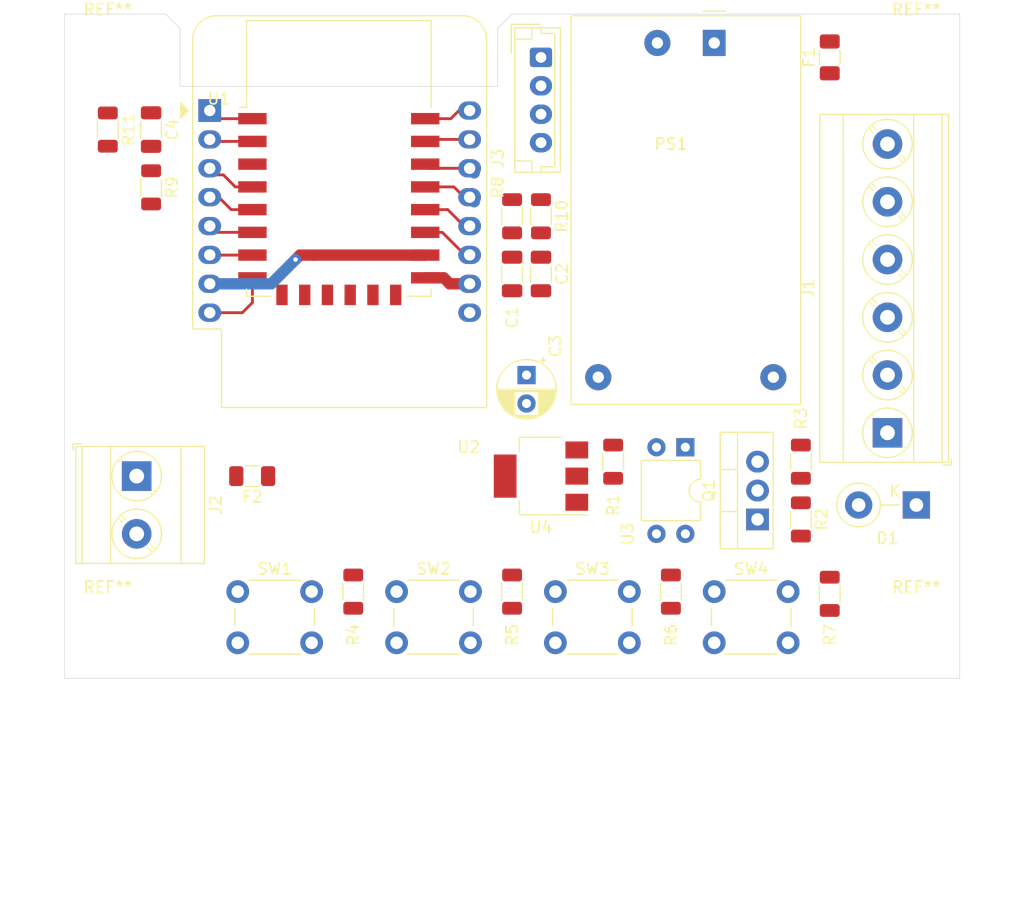
<source format=kicad_pcb>
(kicad_pcb (version 20171130) (host pcbnew 5.1.10)

  (general
    (thickness 1.6)
    (drawings 13)
    (tracks 45)
    (zones 0)
    (modules 35)
    (nets 34)
  )

  (page A4)
  (layers
    (0 F.Cu signal)
    (31 B.Cu signal)
    (32 B.Adhes user)
    (33 F.Adhes user)
    (34 B.Paste user)
    (35 F.Paste user)
    (36 B.SilkS user)
    (37 F.SilkS user)
    (38 B.Mask user)
    (39 F.Mask user)
    (40 Dwgs.User user)
    (41 Cmts.User user)
    (42 Eco1.User user)
    (43 Eco2.User user)
    (44 Edge.Cuts user)
    (45 Margin user)
    (46 B.CrtYd user)
    (47 F.CrtYd user)
    (48 B.Fab user)
    (49 F.Fab user)
  )

  (setup
    (last_trace_width 0.25)
    (user_trace_width 1)
    (user_trace_width 2)
    (trace_clearance 0.2)
    (zone_clearance 0.508)
    (zone_45_only no)
    (trace_min 0.2)
    (via_size 0.8)
    (via_drill 0.4)
    (via_min_size 0.4)
    (via_min_drill 0.3)
    (user_via 2 1)
    (user_via 3 1)
    (uvia_size 0.3)
    (uvia_drill 0.1)
    (uvias_allowed no)
    (uvia_min_size 0.2)
    (uvia_min_drill 0.1)
    (edge_width 0.05)
    (segment_width 0.2)
    (pcb_text_width 0.3)
    (pcb_text_size 1.5 1.5)
    (mod_edge_width 0.12)
    (mod_text_size 1 1)
    (mod_text_width 0.15)
    (pad_size 1.524 1.524)
    (pad_drill 0.762)
    (pad_to_mask_clearance 0)
    (aux_axis_origin 0 0)
    (visible_elements 7FFFFFFF)
    (pcbplotparams
      (layerselection 0x010fc_ffffffff)
      (usegerberextensions false)
      (usegerberattributes true)
      (usegerberadvancedattributes true)
      (creategerberjobfile true)
      (excludeedgelayer true)
      (linewidth 0.100000)
      (plotframeref false)
      (viasonmask false)
      (mode 1)
      (useauxorigin false)
      (hpglpennumber 1)
      (hpglpenspeed 20)
      (hpglpendiameter 15.000000)
      (psnegative false)
      (psa4output false)
      (plotreference true)
      (plotvalue true)
      (plotinvisibletext false)
      (padsonsilk false)
      (subtractmaskfromsilk false)
      (outputformat 1)
      (mirror false)
      (drillshape 1)
      (scaleselection 1)
      (outputdirectory ""))
  )

  (net 0 "")
  (net 1 "Net-(U1-Pad9)")
  (net 2 "Net-(U1-Pad10)")
  (net 3 "Net-(U1-Pad11)")
  (net 4 "Net-(U1-Pad12)")
  (net 5 "Net-(U1-Pad13)")
  (net 6 "Net-(U1-Pad14)")
  (net 7 GND)
  (net 8 /RST)
  (net 9 /ADC)
  (net 10 /RXD)
  (net 11 /TXD)
  (net 12 /IO16)
  (net 13 /IO14)
  (net 14 /IO12)
  (net 15 /IO13)
  (net 16 /IO15)
  (net 17 /IO2)
  (net 18 /IO0)
  (net 19 /-OUT)
  (net 20 /+IN)
  (net 21 /-IN)
  (net 22 "Net-(Q1-Pad1)")
  (net 23 "Net-(R1-Pad1)")
  (net 24 "Net-(R2-Pad2)")
  (net 25 /SDA)
  (net 26 /SCL)
  (net 27 +5V)
  (net 28 +3V3)
  (net 29 /EN)
  (net 30 /ACIN2)
  (net 31 /ACIN1)
  (net 32 "Net-(F1-Pad2)")
  (net 33 "Net-(F2-Pad2)")

  (net_class Default "This is the default net class."
    (clearance 0.2)
    (trace_width 0.25)
    (via_dia 0.8)
    (via_drill 0.4)
    (uvia_dia 0.3)
    (uvia_drill 0.1)
    (add_net +3V3)
    (add_net +5V)
    (add_net /+IN)
    (add_net /-IN)
    (add_net /-OUT)
    (add_net /ACIN1)
    (add_net /ACIN2)
    (add_net /ADC)
    (add_net /EN)
    (add_net /IO0)
    (add_net /IO12)
    (add_net /IO13)
    (add_net /IO14)
    (add_net /IO15)
    (add_net /IO16)
    (add_net /IO2)
    (add_net /RST)
    (add_net /RXD)
    (add_net /SCL)
    (add_net /SDA)
    (add_net /TXD)
    (add_net GND)
    (add_net "Net-(F1-Pad2)")
    (add_net "Net-(F2-Pad2)")
    (add_net "Net-(Q1-Pad1)")
    (add_net "Net-(R1-Pad1)")
    (add_net "Net-(R2-Pad2)")
    (add_net "Net-(U1-Pad10)")
    (add_net "Net-(U1-Pad11)")
    (add_net "Net-(U1-Pad12)")
    (add_net "Net-(U1-Pad13)")
    (add_net "Net-(U1-Pad14)")
    (add_net "Net-(U1-Pad9)")
  )

  (module Fuse:Fuse_1206_3216Metric (layer F.Cu) (tedit 5F68FEF1) (tstamp 6219E050)
    (at 209.55 110.49 180)
    (descr "Fuse SMD 1206 (3216 Metric), square (rectangular) end terminal, IPC_7351 nominal, (Body size source: http://www.tortai-tech.com/upload/download/2011102023233369053.pdf), generated with kicad-footprint-generator")
    (tags fuse)
    (path /621A756A)
    (attr smd)
    (fp_text reference F2 (at 0 -1.82) (layer F.SilkS)
      (effects (font (size 1 1) (thickness 0.15)))
    )
    (fp_text value 200mA (at 0 1.82) (layer F.Fab)
      (effects (font (size 1 1) (thickness 0.15)))
    )
    (fp_line (start 2.28 1.12) (end -2.28 1.12) (layer F.CrtYd) (width 0.05))
    (fp_line (start 2.28 -1.12) (end 2.28 1.12) (layer F.CrtYd) (width 0.05))
    (fp_line (start -2.28 -1.12) (end 2.28 -1.12) (layer F.CrtYd) (width 0.05))
    (fp_line (start -2.28 1.12) (end -2.28 -1.12) (layer F.CrtYd) (width 0.05))
    (fp_line (start -0.602064 0.91) (end 0.602064 0.91) (layer F.SilkS) (width 0.12))
    (fp_line (start -0.602064 -0.91) (end 0.602064 -0.91) (layer F.SilkS) (width 0.12))
    (fp_line (start 1.6 0.8) (end -1.6 0.8) (layer F.Fab) (width 0.1))
    (fp_line (start 1.6 -0.8) (end 1.6 0.8) (layer F.Fab) (width 0.1))
    (fp_line (start -1.6 -0.8) (end 1.6 -0.8) (layer F.Fab) (width 0.1))
    (fp_line (start -1.6 0.8) (end -1.6 -0.8) (layer F.Fab) (width 0.1))
    (fp_text user %R (at 0 0) (layer F.Fab)
      (effects (font (size 0.8 0.8) (thickness 0.12)))
    )
    (pad 2 smd roundrect (at 1.4 0 180) (size 1.25 1.75) (layers F.Cu F.Paste F.Mask) (roundrect_rratio 0.2)
      (net 33 "Net-(F2-Pad2)"))
    (pad 1 smd roundrect (at -1.4 0 180) (size 1.25 1.75) (layers F.Cu F.Paste F.Mask) (roundrect_rratio 0.2)
      (net 27 +5V))
    (model ${KISYS3DMOD}/Fuse.3dshapes/Fuse_1206_3216Metric.wrl
      (at (xyz 0 0 0))
      (scale (xyz 1 1 1))
      (rotate (xyz 0 0 0))
    )
  )

  (module MountingHole:MountingHole_3.2mm_M3 (layer F.Cu) (tedit 56D1B4CB) (tstamp 62187C49)
    (at 267.97 124.46)
    (descr "Mounting Hole 3.2mm, no annular, M3")
    (tags "mounting hole 3.2mm no annular m3")
    (attr virtual)
    (fp_text reference REF** (at 0 -4.2) (layer F.SilkS)
      (effects (font (size 1 1) (thickness 0.15)))
    )
    (fp_text value MountingHole_3.2mm_M3 (at 0 4.2) (layer F.Fab)
      (effects (font (size 1 1) (thickness 0.15)))
    )
    (fp_circle (center 0 0) (end 3.2 0) (layer Cmts.User) (width 0.15))
    (fp_circle (center 0 0) (end 3.45 0) (layer F.CrtYd) (width 0.05))
    (fp_text user %R (at 0.3 0) (layer F.Fab)
      (effects (font (size 1 1) (thickness 0.15)))
    )
    (pad 1 np_thru_hole circle (at 0 0) (size 3.2 3.2) (drill 3.2) (layers *.Cu *.Mask))
  )

  (module MountingHole:MountingHole_3.2mm_M3 (layer F.Cu) (tedit 56D1B4CB) (tstamp 62187C25)
    (at 196.85 124.46)
    (descr "Mounting Hole 3.2mm, no annular, M3")
    (tags "mounting hole 3.2mm no annular m3")
    (attr virtual)
    (fp_text reference REF** (at 0 -4.2) (layer F.SilkS)
      (effects (font (size 1 1) (thickness 0.15)))
    )
    (fp_text value MountingHole_3.2mm_M3 (at 0 4.2) (layer F.Fab)
      (effects (font (size 1 1) (thickness 0.15)))
    )
    (fp_circle (center 0 0) (end 3.2 0) (layer Cmts.User) (width 0.15))
    (fp_circle (center 0 0) (end 3.45 0) (layer F.CrtYd) (width 0.05))
    (fp_text user %R (at 0.3 0) (layer F.Fab)
      (effects (font (size 1 1) (thickness 0.15)))
    )
    (pad 1 np_thru_hole circle (at 0 0) (size 3.2 3.2) (drill 3.2) (layers *.Cu *.Mask))
  )

  (module MountingHole:MountingHole_3.2mm_M3 (layer F.Cu) (tedit 56D1B4CB) (tstamp 62187C01)
    (at 196.85 73.66)
    (descr "Mounting Hole 3.2mm, no annular, M3")
    (tags "mounting hole 3.2mm no annular m3")
    (attr virtual)
    (fp_text reference REF** (at 0 -4.2) (layer F.SilkS)
      (effects (font (size 1 1) (thickness 0.15)))
    )
    (fp_text value MountingHole_3.2mm_M3 (at 0 4.2) (layer F.Fab)
      (effects (font (size 1 1) (thickness 0.15)))
    )
    (fp_circle (center 0 0) (end 3.2 0) (layer Cmts.User) (width 0.15))
    (fp_circle (center 0 0) (end 3.45 0) (layer F.CrtYd) (width 0.05))
    (fp_text user %R (at 0.3 0) (layer F.Fab)
      (effects (font (size 1 1) (thickness 0.15)))
    )
    (pad 1 np_thru_hole circle (at 0 0) (size 3.2 3.2) (drill 3.2) (layers *.Cu *.Mask))
  )

  (module MountingHole:MountingHole_3.2mm_M3 (layer F.Cu) (tedit 56D1B4CB) (tstamp 62187BDD)
    (at 267.97 73.66)
    (descr "Mounting Hole 3.2mm, no annular, M3")
    (tags "mounting hole 3.2mm no annular m3")
    (attr virtual)
    (fp_text reference REF** (at 0 -4.2) (layer F.SilkS)
      (effects (font (size 1 1) (thickness 0.15)))
    )
    (fp_text value MountingHole_3.2mm_M3 (at 0 4.2) (layer F.Fab)
      (effects (font (size 1 1) (thickness 0.15)))
    )
    (fp_circle (center 0 0) (end 3.2 0) (layer Cmts.User) (width 0.15))
    (fp_circle (center 0 0) (end 3.45 0) (layer F.CrtYd) (width 0.05))
    (fp_text user %R (at 0.3 0) (layer F.Fab)
      (effects (font (size 1 1) (thickness 0.15)))
    )
    (pad 1 np_thru_hole circle (at 0 0) (size 3.2 3.2) (drill 3.2) (layers *.Cu *.Mask))
  )

  (module Capacitor_SMD:C_1206_3216Metric (layer F.Cu) (tedit 5F68FEEE) (tstamp 61F4F252)
    (at 200.66 80.01 270)
    (descr "Capacitor SMD 1206 (3216 Metric), square (rectangular) end terminal, IPC_7351 nominal, (Body size source: IPC-SM-782 page 76, https://www.pcb-3d.com/wordpress/wp-content/uploads/ipc-sm-782a_amendment_1_and_2.pdf), generated with kicad-footprint-generator")
    (tags capacitor)
    (path /620A58F0)
    (attr smd)
    (fp_text reference C4 (at 0 -1.85 90) (layer F.SilkS)
      (effects (font (size 1 1) (thickness 0.15)))
    )
    (fp_text value 100n (at 0 1.85 90) (layer F.Fab)
      (effects (font (size 1 1) (thickness 0.15)))
    )
    (fp_line (start 2.3 1.15) (end -2.3 1.15) (layer F.CrtYd) (width 0.05))
    (fp_line (start 2.3 -1.15) (end 2.3 1.15) (layer F.CrtYd) (width 0.05))
    (fp_line (start -2.3 -1.15) (end 2.3 -1.15) (layer F.CrtYd) (width 0.05))
    (fp_line (start -2.3 1.15) (end -2.3 -1.15) (layer F.CrtYd) (width 0.05))
    (fp_line (start -0.711252 0.91) (end 0.711252 0.91) (layer F.SilkS) (width 0.12))
    (fp_line (start -0.711252 -0.91) (end 0.711252 -0.91) (layer F.SilkS) (width 0.12))
    (fp_line (start 1.6 0.8) (end -1.6 0.8) (layer F.Fab) (width 0.1))
    (fp_line (start 1.6 -0.8) (end 1.6 0.8) (layer F.Fab) (width 0.1))
    (fp_line (start -1.6 -0.8) (end 1.6 -0.8) (layer F.Fab) (width 0.1))
    (fp_line (start -1.6 0.8) (end -1.6 -0.8) (layer F.Fab) (width 0.1))
    (fp_text user %R (at 0 0 90) (layer F.Fab)
      (effects (font (size 0.8 0.8) (thickness 0.12)))
    )
    (pad 2 smd roundrect (at 1.475 0 270) (size 1.15 1.8) (layers F.Cu F.Paste F.Mask) (roundrect_rratio 0.217391)
      (net 7 GND))
    (pad 1 smd roundrect (at -1.475 0 270) (size 1.15 1.8) (layers F.Cu F.Paste F.Mask) (roundrect_rratio 0.217391)
      (net 8 /RST))
    (model ${KISYS3DMOD}/Capacitor_SMD.3dshapes/C_1206_3216Metric.wrl
      (at (xyz 0 0 0))
      (scale (xyz 1 1 1))
      (rotate (xyz 0 0 0))
    )
  )

  (module Capacitor_SMD:C_1206_3216Metric (layer F.Cu) (tedit 5F68FEEE) (tstamp 61F4F1B9)
    (at 234.95 92.71 270)
    (descr "Capacitor SMD 1206 (3216 Metric), square (rectangular) end terminal, IPC_7351 nominal, (Body size source: IPC-SM-782 page 76, https://www.pcb-3d.com/wordpress/wp-content/uploads/ipc-sm-782a_amendment_1_and_2.pdf), generated with kicad-footprint-generator")
    (tags capacitor)
    (path /62067DD3)
    (attr smd)
    (fp_text reference C2 (at 0 -1.85 90) (layer F.SilkS)
      (effects (font (size 1 1) (thickness 0.15)))
    )
    (fp_text value 100n (at 0 1.85 90) (layer F.Fab)
      (effects (font (size 1 1) (thickness 0.15)))
    )
    (fp_line (start 2.3 1.15) (end -2.3 1.15) (layer F.CrtYd) (width 0.05))
    (fp_line (start 2.3 -1.15) (end 2.3 1.15) (layer F.CrtYd) (width 0.05))
    (fp_line (start -2.3 -1.15) (end 2.3 -1.15) (layer F.CrtYd) (width 0.05))
    (fp_line (start -2.3 1.15) (end -2.3 -1.15) (layer F.CrtYd) (width 0.05))
    (fp_line (start -0.711252 0.91) (end 0.711252 0.91) (layer F.SilkS) (width 0.12))
    (fp_line (start -0.711252 -0.91) (end 0.711252 -0.91) (layer F.SilkS) (width 0.12))
    (fp_line (start 1.6 0.8) (end -1.6 0.8) (layer F.Fab) (width 0.1))
    (fp_line (start 1.6 -0.8) (end 1.6 0.8) (layer F.Fab) (width 0.1))
    (fp_line (start -1.6 -0.8) (end 1.6 -0.8) (layer F.Fab) (width 0.1))
    (fp_line (start -1.6 0.8) (end -1.6 -0.8) (layer F.Fab) (width 0.1))
    (fp_text user %R (at 0 0 90) (layer F.Fab)
      (effects (font (size 0.8 0.8) (thickness 0.12)))
    )
    (pad 2 smd roundrect (at 1.475 0 270) (size 1.15 1.8) (layers F.Cu F.Paste F.Mask) (roundrect_rratio 0.217391)
      (net 7 GND))
    (pad 1 smd roundrect (at -1.475 0 270) (size 1.15 1.8) (layers F.Cu F.Paste F.Mask) (roundrect_rratio 0.217391)
      (net 28 +3V3))
    (model ${KISYS3DMOD}/Capacitor_SMD.3dshapes/C_1206_3216Metric.wrl
      (at (xyz 0 0 0))
      (scale (xyz 1 1 1))
      (rotate (xyz 0 0 0))
    )
  )

  (module Capacitor_SMD:C_1206_3216Metric (layer F.Cu) (tedit 5F68FEEE) (tstamp 61F4F1A4)
    (at 232.41 92.71 270)
    (descr "Capacitor SMD 1206 (3216 Metric), square (rectangular) end terminal, IPC_7351 nominal, (Body size source: IPC-SM-782 page 76, https://www.pcb-3d.com/wordpress/wp-content/uploads/ipc-sm-782a_amendment_1_and_2.pdf), generated with kicad-footprint-generator")
    (tags capacitor)
    (path /620B6712)
    (attr smd)
    (fp_text reference C1 (at 3.81 0 90) (layer F.SilkS)
      (effects (font (size 1 1) (thickness 0.15)))
    )
    (fp_text value 100n (at 0 1.85 90) (layer F.Fab)
      (effects (font (size 1 1) (thickness 0.15)))
    )
    (fp_line (start 2.3 1.15) (end -2.3 1.15) (layer F.CrtYd) (width 0.05))
    (fp_line (start 2.3 -1.15) (end 2.3 1.15) (layer F.CrtYd) (width 0.05))
    (fp_line (start -2.3 -1.15) (end 2.3 -1.15) (layer F.CrtYd) (width 0.05))
    (fp_line (start -2.3 1.15) (end -2.3 -1.15) (layer F.CrtYd) (width 0.05))
    (fp_line (start -0.711252 0.91) (end 0.711252 0.91) (layer F.SilkS) (width 0.12))
    (fp_line (start -0.711252 -0.91) (end 0.711252 -0.91) (layer F.SilkS) (width 0.12))
    (fp_line (start 1.6 0.8) (end -1.6 0.8) (layer F.Fab) (width 0.1))
    (fp_line (start 1.6 -0.8) (end 1.6 0.8) (layer F.Fab) (width 0.1))
    (fp_line (start -1.6 -0.8) (end 1.6 -0.8) (layer F.Fab) (width 0.1))
    (fp_line (start -1.6 0.8) (end -1.6 -0.8) (layer F.Fab) (width 0.1))
    (fp_text user %R (at 0 0 90) (layer F.Fab)
      (effects (font (size 0.8 0.8) (thickness 0.12)))
    )
    (pad 2 smd roundrect (at 1.475 0 270) (size 1.15 1.8) (layers F.Cu F.Paste F.Mask) (roundrect_rratio 0.217391)
      (net 7 GND))
    (pad 1 smd roundrect (at -1.475 0 270) (size 1.15 1.8) (layers F.Cu F.Paste F.Mask) (roundrect_rratio 0.217391)
      (net 27 +5V))
    (model ${KISYS3DMOD}/Capacitor_SMD.3dshapes/C_1206_3216Metric.wrl
      (at (xyz 0 0 0))
      (scale (xyz 1 1 1))
      (rotate (xyz 0 0 0))
    )
  )

  (module Resistor_SMD:R_1206_3216Metric (layer F.Cu) (tedit 5F68FEEE) (tstamp 61F4853F)
    (at 260.35 120.8425 270)
    (descr "Resistor SMD 1206 (3216 Metric), square (rectangular) end terminal, IPC_7351 nominal, (Body size source: IPC-SM-782 page 72, https://www.pcb-3d.com/wordpress/wp-content/uploads/ipc-sm-782a_amendment_1_and_2.pdf), generated with kicad-footprint-generator")
    (tags resistor)
    (path /62044C7D)
    (attr smd)
    (fp_text reference R7 (at 3.6175 0 90) (layer F.SilkS)
      (effects (font (size 1 1) (thickness 0.15)))
    )
    (fp_text value 10k (at 0 1.82 90) (layer F.Fab)
      (effects (font (size 1 1) (thickness 0.15)))
    )
    (fp_line (start 2.28 1.12) (end -2.28 1.12) (layer F.CrtYd) (width 0.05))
    (fp_line (start 2.28 -1.12) (end 2.28 1.12) (layer F.CrtYd) (width 0.05))
    (fp_line (start -2.28 -1.12) (end 2.28 -1.12) (layer F.CrtYd) (width 0.05))
    (fp_line (start -2.28 1.12) (end -2.28 -1.12) (layer F.CrtYd) (width 0.05))
    (fp_line (start -0.727064 0.91) (end 0.727064 0.91) (layer F.SilkS) (width 0.12))
    (fp_line (start -0.727064 -0.91) (end 0.727064 -0.91) (layer F.SilkS) (width 0.12))
    (fp_line (start 1.6 0.8) (end -1.6 0.8) (layer F.Fab) (width 0.1))
    (fp_line (start 1.6 -0.8) (end 1.6 0.8) (layer F.Fab) (width 0.1))
    (fp_line (start -1.6 -0.8) (end 1.6 -0.8) (layer F.Fab) (width 0.1))
    (fp_line (start -1.6 0.8) (end -1.6 -0.8) (layer F.Fab) (width 0.1))
    (fp_text user %R (at 0 0 90) (layer F.Fab)
      (effects (font (size 0.8 0.8) (thickness 0.12)))
    )
    (pad 2 smd roundrect (at 1.4625 0 270) (size 1.125 1.75) (layers F.Cu F.Paste F.Mask) (roundrect_rratio 0.222222)
      (net 7 GND))
    (pad 1 smd roundrect (at -1.4625 0 270) (size 1.125 1.75) (layers F.Cu F.Paste F.Mask) (roundrect_rratio 0.222222)
      (net 15 /IO13))
    (model ${KISYS3DMOD}/Resistor_SMD.3dshapes/R_1206_3216Metric.wrl
      (at (xyz 0 0 0))
      (scale (xyz 1 1 1))
      (rotate (xyz 0 0 0))
    )
  )

  (module Resistor_SMD:R_1206_3216Metric (layer F.Cu) (tedit 5F68FEEE) (tstamp 61F48528)
    (at 246.38 120.65 270)
    (descr "Resistor SMD 1206 (3216 Metric), square (rectangular) end terminal, IPC_7351 nominal, (Body size source: IPC-SM-782 page 72, https://www.pcb-3d.com/wordpress/wp-content/uploads/ipc-sm-782a_amendment_1_and_2.pdf), generated with kicad-footprint-generator")
    (tags resistor)
    (path /62041FA2)
    (attr smd)
    (fp_text reference R6 (at 3.81 0 90) (layer F.SilkS)
      (effects (font (size 1 1) (thickness 0.15)))
    )
    (fp_text value 10k (at 0 1.82 90) (layer F.Fab)
      (effects (font (size 1 1) (thickness 0.15)))
    )
    (fp_line (start 2.28 1.12) (end -2.28 1.12) (layer F.CrtYd) (width 0.05))
    (fp_line (start 2.28 -1.12) (end 2.28 1.12) (layer F.CrtYd) (width 0.05))
    (fp_line (start -2.28 -1.12) (end 2.28 -1.12) (layer F.CrtYd) (width 0.05))
    (fp_line (start -2.28 1.12) (end -2.28 -1.12) (layer F.CrtYd) (width 0.05))
    (fp_line (start -0.727064 0.91) (end 0.727064 0.91) (layer F.SilkS) (width 0.12))
    (fp_line (start -0.727064 -0.91) (end 0.727064 -0.91) (layer F.SilkS) (width 0.12))
    (fp_line (start 1.6 0.8) (end -1.6 0.8) (layer F.Fab) (width 0.1))
    (fp_line (start 1.6 -0.8) (end 1.6 0.8) (layer F.Fab) (width 0.1))
    (fp_line (start -1.6 -0.8) (end 1.6 -0.8) (layer F.Fab) (width 0.1))
    (fp_line (start -1.6 0.8) (end -1.6 -0.8) (layer F.Fab) (width 0.1))
    (fp_text user %R (at 0 0 90) (layer F.Fab)
      (effects (font (size 0.8 0.8) (thickness 0.12)))
    )
    (pad 2 smd roundrect (at 1.4625 0 270) (size 1.125 1.75) (layers F.Cu F.Paste F.Mask) (roundrect_rratio 0.222222)
      (net 7 GND))
    (pad 1 smd roundrect (at -1.4625 0 270) (size 1.125 1.75) (layers F.Cu F.Paste F.Mask) (roundrect_rratio 0.222222)
      (net 14 /IO12))
    (model ${KISYS3DMOD}/Resistor_SMD.3dshapes/R_1206_3216Metric.wrl
      (at (xyz 0 0 0))
      (scale (xyz 1 1 1))
      (rotate (xyz 0 0 0))
    )
  )

  (module Resistor_SMD:R_1206_3216Metric (layer F.Cu) (tedit 5F68FEEE) (tstamp 61F48511)
    (at 232.41 120.65 270)
    (descr "Resistor SMD 1206 (3216 Metric), square (rectangular) end terminal, IPC_7351 nominal, (Body size source: IPC-SM-782 page 72, https://www.pcb-3d.com/wordpress/wp-content/uploads/ipc-sm-782a_amendment_1_and_2.pdf), generated with kicad-footprint-generator")
    (tags resistor)
    (path /6203F468)
    (attr smd)
    (fp_text reference R5 (at 3.81 0 90) (layer F.SilkS)
      (effects (font (size 1 1) (thickness 0.15)))
    )
    (fp_text value 10k (at 0 1.82 90) (layer F.Fab)
      (effects (font (size 1 1) (thickness 0.15)))
    )
    (fp_line (start 2.28 1.12) (end -2.28 1.12) (layer F.CrtYd) (width 0.05))
    (fp_line (start 2.28 -1.12) (end 2.28 1.12) (layer F.CrtYd) (width 0.05))
    (fp_line (start -2.28 -1.12) (end 2.28 -1.12) (layer F.CrtYd) (width 0.05))
    (fp_line (start -2.28 1.12) (end -2.28 -1.12) (layer F.CrtYd) (width 0.05))
    (fp_line (start -0.727064 0.91) (end 0.727064 0.91) (layer F.SilkS) (width 0.12))
    (fp_line (start -0.727064 -0.91) (end 0.727064 -0.91) (layer F.SilkS) (width 0.12))
    (fp_line (start 1.6 0.8) (end -1.6 0.8) (layer F.Fab) (width 0.1))
    (fp_line (start 1.6 -0.8) (end 1.6 0.8) (layer F.Fab) (width 0.1))
    (fp_line (start -1.6 -0.8) (end 1.6 -0.8) (layer F.Fab) (width 0.1))
    (fp_line (start -1.6 0.8) (end -1.6 -0.8) (layer F.Fab) (width 0.1))
    (fp_text user %R (at 0 0 90) (layer F.Fab)
      (effects (font (size 0.8 0.8) (thickness 0.12)))
    )
    (pad 2 smd roundrect (at 1.4625 0 270) (size 1.125 1.75) (layers F.Cu F.Paste F.Mask) (roundrect_rratio 0.222222)
      (net 7 GND))
    (pad 1 smd roundrect (at -1.4625 0 270) (size 1.125 1.75) (layers F.Cu F.Paste F.Mask) (roundrect_rratio 0.222222)
      (net 12 /IO16))
    (model ${KISYS3DMOD}/Resistor_SMD.3dshapes/R_1206_3216Metric.wrl
      (at (xyz 0 0 0))
      (scale (xyz 1 1 1))
      (rotate (xyz 0 0 0))
    )
  )

  (module Resistor_SMD:R_1206_3216Metric (layer F.Cu) (tedit 5F68FEEE) (tstamp 61F484FA)
    (at 218.44 120.65 270)
    (descr "Resistor SMD 1206 (3216 Metric), square (rectangular) end terminal, IPC_7351 nominal, (Body size source: IPC-SM-782 page 72, https://www.pcb-3d.com/wordpress/wp-content/uploads/ipc-sm-782a_amendment_1_and_2.pdf), generated with kicad-footprint-generator")
    (tags resistor)
    (path /6203662C)
    (attr smd)
    (fp_text reference R4 (at 3.81 0 90) (layer F.SilkS)
      (effects (font (size 1 1) (thickness 0.15)))
    )
    (fp_text value 10k (at 0 1.82 90) (layer F.Fab)
      (effects (font (size 1 1) (thickness 0.15)))
    )
    (fp_line (start 2.28 1.12) (end -2.28 1.12) (layer F.CrtYd) (width 0.05))
    (fp_line (start 2.28 -1.12) (end 2.28 1.12) (layer F.CrtYd) (width 0.05))
    (fp_line (start -2.28 -1.12) (end 2.28 -1.12) (layer F.CrtYd) (width 0.05))
    (fp_line (start -2.28 1.12) (end -2.28 -1.12) (layer F.CrtYd) (width 0.05))
    (fp_line (start -0.727064 0.91) (end 0.727064 0.91) (layer F.SilkS) (width 0.12))
    (fp_line (start -0.727064 -0.91) (end 0.727064 -0.91) (layer F.SilkS) (width 0.12))
    (fp_line (start 1.6 0.8) (end -1.6 0.8) (layer F.Fab) (width 0.1))
    (fp_line (start 1.6 -0.8) (end 1.6 0.8) (layer F.Fab) (width 0.1))
    (fp_line (start -1.6 -0.8) (end 1.6 -0.8) (layer F.Fab) (width 0.1))
    (fp_line (start -1.6 0.8) (end -1.6 -0.8) (layer F.Fab) (width 0.1))
    (fp_text user %R (at 0 0 90) (layer F.Fab)
      (effects (font (size 0.8 0.8) (thickness 0.12)))
    )
    (pad 2 smd roundrect (at 1.4625 0 270) (size 1.125 1.75) (layers F.Cu F.Paste F.Mask) (roundrect_rratio 0.222222)
      (net 7 GND))
    (pad 1 smd roundrect (at -1.4625 0 270) (size 1.125 1.75) (layers F.Cu F.Paste F.Mask) (roundrect_rratio 0.222222)
      (net 13 /IO14))
    (model ${KISYS3DMOD}/Resistor_SMD.3dshapes/R_1206_3216Metric.wrl
      (at (xyz 0 0 0))
      (scale (xyz 1 1 1))
      (rotate (xyz 0 0 0))
    )
  )

  (module Resistor_SMD:R_1206_3216Metric (layer F.Cu) (tedit 5F68FEEE) (tstamp 61F4F555)
    (at 196.85 80.01 270)
    (descr "Resistor SMD 1206 (3216 Metric), square (rectangular) end terminal, IPC_7351 nominal, (Body size source: IPC-SM-782 page 72, https://www.pcb-3d.com/wordpress/wp-content/uploads/ipc-sm-782a_amendment_1_and_2.pdf), generated with kicad-footprint-generator")
    (tags resistor)
    (path /62075437)
    (attr smd)
    (fp_text reference R11 (at 0 -1.82 90) (layer F.SilkS)
      (effects (font (size 1 1) (thickness 0.15)))
    )
    (fp_text value 10k (at 0 1.82 90) (layer F.Fab)
      (effects (font (size 1 1) (thickness 0.15)))
    )
    (fp_line (start 2.28 1.12) (end -2.28 1.12) (layer F.CrtYd) (width 0.05))
    (fp_line (start 2.28 -1.12) (end 2.28 1.12) (layer F.CrtYd) (width 0.05))
    (fp_line (start -2.28 -1.12) (end 2.28 -1.12) (layer F.CrtYd) (width 0.05))
    (fp_line (start -2.28 1.12) (end -2.28 -1.12) (layer F.CrtYd) (width 0.05))
    (fp_line (start -0.727064 0.91) (end 0.727064 0.91) (layer F.SilkS) (width 0.12))
    (fp_line (start -0.727064 -0.91) (end 0.727064 -0.91) (layer F.SilkS) (width 0.12))
    (fp_line (start 1.6 0.8) (end -1.6 0.8) (layer F.Fab) (width 0.1))
    (fp_line (start 1.6 -0.8) (end 1.6 0.8) (layer F.Fab) (width 0.1))
    (fp_line (start -1.6 -0.8) (end 1.6 -0.8) (layer F.Fab) (width 0.1))
    (fp_line (start -1.6 0.8) (end -1.6 -0.8) (layer F.Fab) (width 0.1))
    (fp_text user %R (at 0 0 90) (layer F.Fab)
      (effects (font (size 0.8 0.8) (thickness 0.12)))
    )
    (pad 2 smd roundrect (at 1.4625 0 270) (size 1.125 1.75) (layers F.Cu F.Paste F.Mask) (roundrect_rratio 0.222222)
      (net 28 +3V3))
    (pad 1 smd roundrect (at -1.4625 0 270) (size 1.125 1.75) (layers F.Cu F.Paste F.Mask) (roundrect_rratio 0.222222)
      (net 8 /RST))
    (model ${KISYS3DMOD}/Resistor_SMD.3dshapes/R_1206_3216Metric.wrl
      (at (xyz 0 0 0))
      (scale (xyz 1 1 1))
      (rotate (xyz 0 0 0))
    )
  )

  (module Resistor_SMD:R_1206_3216Metric (layer F.Cu) (tedit 5F68FEEE) (tstamp 61F4F53E)
    (at 234.95 87.63 270)
    (descr "Resistor SMD 1206 (3216 Metric), square (rectangular) end terminal, IPC_7351 nominal, (Body size source: IPC-SM-782 page 72, https://www.pcb-3d.com/wordpress/wp-content/uploads/ipc-sm-782a_amendment_1_and_2.pdf), generated with kicad-footprint-generator")
    (tags resistor)
    (path /6207165C)
    (attr smd)
    (fp_text reference R10 (at 0 -1.82 90) (layer F.SilkS)
      (effects (font (size 1 1) (thickness 0.15)))
    )
    (fp_text value 10k (at 0 1.82 90) (layer F.Fab)
      (effects (font (size 1 1) (thickness 0.15)))
    )
    (fp_line (start 2.28 1.12) (end -2.28 1.12) (layer F.CrtYd) (width 0.05))
    (fp_line (start 2.28 -1.12) (end 2.28 1.12) (layer F.CrtYd) (width 0.05))
    (fp_line (start -2.28 -1.12) (end 2.28 -1.12) (layer F.CrtYd) (width 0.05))
    (fp_line (start -2.28 1.12) (end -2.28 -1.12) (layer F.CrtYd) (width 0.05))
    (fp_line (start -0.727064 0.91) (end 0.727064 0.91) (layer F.SilkS) (width 0.12))
    (fp_line (start -0.727064 -0.91) (end 0.727064 -0.91) (layer F.SilkS) (width 0.12))
    (fp_line (start 1.6 0.8) (end -1.6 0.8) (layer F.Fab) (width 0.1))
    (fp_line (start 1.6 -0.8) (end 1.6 0.8) (layer F.Fab) (width 0.1))
    (fp_line (start -1.6 -0.8) (end 1.6 -0.8) (layer F.Fab) (width 0.1))
    (fp_line (start -1.6 0.8) (end -1.6 -0.8) (layer F.Fab) (width 0.1))
    (fp_text user %R (at 0 0 90) (layer F.Fab)
      (effects (font (size 0.8 0.8) (thickness 0.12)))
    )
    (pad 2 smd roundrect (at 1.4625 0 270) (size 1.125 1.75) (layers F.Cu F.Paste F.Mask) (roundrect_rratio 0.222222)
      (net 28 +3V3))
    (pad 1 smd roundrect (at -1.4625 0 270) (size 1.125 1.75) (layers F.Cu F.Paste F.Mask) (roundrect_rratio 0.222222)
      (net 18 /IO0))
    (model ${KISYS3DMOD}/Resistor_SMD.3dshapes/R_1206_3216Metric.wrl
      (at (xyz 0 0 0))
      (scale (xyz 1 1 1))
      (rotate (xyz 0 0 0))
    )
  )

  (module Resistor_SMD:R_1206_3216Metric (layer F.Cu) (tedit 5F68FEEE) (tstamp 61F4F527)
    (at 200.66 85.09 270)
    (descr "Resistor SMD 1206 (3216 Metric), square (rectangular) end terminal, IPC_7351 nominal, (Body size source: IPC-SM-782 page 72, https://www.pcb-3d.com/wordpress/wp-content/uploads/ipc-sm-782a_amendment_1_and_2.pdf), generated with kicad-footprint-generator")
    (tags resistor)
    (path /6206D8BA)
    (attr smd)
    (fp_text reference R9 (at 0 -1.82 90) (layer F.SilkS)
      (effects (font (size 1 1) (thickness 0.15)))
    )
    (fp_text value 10k (at 0 1.82 90) (layer F.Fab)
      (effects (font (size 1 1) (thickness 0.15)))
    )
    (fp_line (start 2.28 1.12) (end -2.28 1.12) (layer F.CrtYd) (width 0.05))
    (fp_line (start 2.28 -1.12) (end 2.28 1.12) (layer F.CrtYd) (width 0.05))
    (fp_line (start -2.28 -1.12) (end 2.28 -1.12) (layer F.CrtYd) (width 0.05))
    (fp_line (start -2.28 1.12) (end -2.28 -1.12) (layer F.CrtYd) (width 0.05))
    (fp_line (start -0.727064 0.91) (end 0.727064 0.91) (layer F.SilkS) (width 0.12))
    (fp_line (start -0.727064 -0.91) (end 0.727064 -0.91) (layer F.SilkS) (width 0.12))
    (fp_line (start 1.6 0.8) (end -1.6 0.8) (layer F.Fab) (width 0.1))
    (fp_line (start 1.6 -0.8) (end 1.6 0.8) (layer F.Fab) (width 0.1))
    (fp_line (start -1.6 -0.8) (end 1.6 -0.8) (layer F.Fab) (width 0.1))
    (fp_line (start -1.6 0.8) (end -1.6 -0.8) (layer F.Fab) (width 0.1))
    (fp_text user %R (at 0 0 90) (layer F.Fab)
      (effects (font (size 0.8 0.8) (thickness 0.12)))
    )
    (pad 2 smd roundrect (at 1.4625 0 270) (size 1.125 1.75) (layers F.Cu F.Paste F.Mask) (roundrect_rratio 0.222222)
      (net 28 +3V3))
    (pad 1 smd roundrect (at -1.4625 0 270) (size 1.125 1.75) (layers F.Cu F.Paste F.Mask) (roundrect_rratio 0.222222)
      (net 29 /EN))
    (model ${KISYS3DMOD}/Resistor_SMD.3dshapes/R_1206_3216Metric.wrl
      (at (xyz 0 0 0))
      (scale (xyz 1 1 1))
      (rotate (xyz 0 0 0))
    )
  )

  (module Resistor_SMD:R_1206_3216Metric (layer F.Cu) (tedit 5F68FEEE) (tstamp 61F4F510)
    (at 232.41 87.63 270)
    (descr "Resistor SMD 1206 (3216 Metric), square (rectangular) end terminal, IPC_7351 nominal, (Body size source: IPC-SM-782 page 72, https://www.pcb-3d.com/wordpress/wp-content/uploads/ipc-sm-782a_amendment_1_and_2.pdf), generated with kicad-footprint-generator")
    (tags resistor)
    (path /620698FC)
    (attr smd)
    (fp_text reference R8 (at -2.54 1.27 90) (layer F.SilkS)
      (effects (font (size 1 1) (thickness 0.15)))
    )
    (fp_text value 10k (at 0 1.82 90) (layer F.Fab)
      (effects (font (size 1 1) (thickness 0.15)))
    )
    (fp_line (start 2.28 1.12) (end -2.28 1.12) (layer F.CrtYd) (width 0.05))
    (fp_line (start 2.28 -1.12) (end 2.28 1.12) (layer F.CrtYd) (width 0.05))
    (fp_line (start -2.28 -1.12) (end 2.28 -1.12) (layer F.CrtYd) (width 0.05))
    (fp_line (start -2.28 1.12) (end -2.28 -1.12) (layer F.CrtYd) (width 0.05))
    (fp_line (start -0.727064 0.91) (end 0.727064 0.91) (layer F.SilkS) (width 0.12))
    (fp_line (start -0.727064 -0.91) (end 0.727064 -0.91) (layer F.SilkS) (width 0.12))
    (fp_line (start 1.6 0.8) (end -1.6 0.8) (layer F.Fab) (width 0.1))
    (fp_line (start 1.6 -0.8) (end 1.6 0.8) (layer F.Fab) (width 0.1))
    (fp_line (start -1.6 -0.8) (end 1.6 -0.8) (layer F.Fab) (width 0.1))
    (fp_line (start -1.6 0.8) (end -1.6 -0.8) (layer F.Fab) (width 0.1))
    (fp_text user %R (at 0 0 90) (layer F.Fab)
      (effects (font (size 0.8 0.8) (thickness 0.12)))
    )
    (pad 2 smd roundrect (at 1.4625 0 270) (size 1.125 1.75) (layers F.Cu F.Paste F.Mask) (roundrect_rratio 0.222222)
      (net 28 +3V3))
    (pad 1 smd roundrect (at -1.4625 0 270) (size 1.125 1.75) (layers F.Cu F.Paste F.Mask) (roundrect_rratio 0.222222)
      (net 17 /IO2))
    (model ${KISYS3DMOD}/Resistor_SMD.3dshapes/R_1206_3216Metric.wrl
      (at (xyz 0 0 0))
      (scale (xyz 1 1 1))
      (rotate (xyz 0 0 0))
    )
  )

  (module Resistor_SMD:R_1206_3216Metric (layer F.Cu) (tedit 5F68FEEE) (tstamp 61F13446)
    (at 257.81 109.22 90)
    (descr "Resistor SMD 1206 (3216 Metric), square (rectangular) end terminal, IPC_7351 nominal, (Body size source: IPC-SM-782 page 72, https://www.pcb-3d.com/wordpress/wp-content/uploads/ipc-sm-782a_amendment_1_and_2.pdf), generated with kicad-footprint-generator")
    (tags resistor)
    (path /61F16928)
    (attr smd)
    (fp_text reference R3 (at 3.81 0 90) (layer F.SilkS)
      (effects (font (size 1 1) (thickness 0.15)))
    )
    (fp_text value 10k (at 0 1.82 90) (layer F.Fab)
      (effects (font (size 1 1) (thickness 0.15)))
    )
    (fp_line (start 2.28 1.12) (end -2.28 1.12) (layer F.CrtYd) (width 0.05))
    (fp_line (start 2.28 -1.12) (end 2.28 1.12) (layer F.CrtYd) (width 0.05))
    (fp_line (start -2.28 -1.12) (end 2.28 -1.12) (layer F.CrtYd) (width 0.05))
    (fp_line (start -2.28 1.12) (end -2.28 -1.12) (layer F.CrtYd) (width 0.05))
    (fp_line (start -0.727064 0.91) (end 0.727064 0.91) (layer F.SilkS) (width 0.12))
    (fp_line (start -0.727064 -0.91) (end 0.727064 -0.91) (layer F.SilkS) (width 0.12))
    (fp_line (start 1.6 0.8) (end -1.6 0.8) (layer F.Fab) (width 0.1))
    (fp_line (start 1.6 -0.8) (end 1.6 0.8) (layer F.Fab) (width 0.1))
    (fp_line (start -1.6 -0.8) (end 1.6 -0.8) (layer F.Fab) (width 0.1))
    (fp_line (start -1.6 0.8) (end -1.6 -0.8) (layer F.Fab) (width 0.1))
    (fp_text user %R (at 0 0 90) (layer F.Fab)
      (effects (font (size 0.8 0.8) (thickness 0.12)))
    )
    (pad 2 smd roundrect (at 1.4625 0 90) (size 1.125 1.75) (layers F.Cu F.Paste F.Mask) (roundrect_rratio 0.222222)
      (net 21 /-IN))
    (pad 1 smd roundrect (at -1.4625 0 90) (size 1.125 1.75) (layers F.Cu F.Paste F.Mask) (roundrect_rratio 0.222222)
      (net 22 "Net-(Q1-Pad1)"))
    (model ${KISYS3DMOD}/Resistor_SMD.3dshapes/R_1206_3216Metric.wrl
      (at (xyz 0 0 0))
      (scale (xyz 1 1 1))
      (rotate (xyz 0 0 0))
    )
  )

  (module Resistor_SMD:R_1206_3216Metric (layer F.Cu) (tedit 5F68FEEE) (tstamp 61F1342F)
    (at 257.81 114.3 270)
    (descr "Resistor SMD 1206 (3216 Metric), square (rectangular) end terminal, IPC_7351 nominal, (Body size source: IPC-SM-782 page 72, https://www.pcb-3d.com/wordpress/wp-content/uploads/ipc-sm-782a_amendment_1_and_2.pdf), generated with kicad-footprint-generator")
    (tags resistor)
    (path /61F171EF)
    (attr smd)
    (fp_text reference R2 (at 0 -1.82 90) (layer F.SilkS)
      (effects (font (size 1 1) (thickness 0.15)))
    )
    (fp_text value 220 (at 0 1.82 90) (layer F.Fab)
      (effects (font (size 1 1) (thickness 0.15)))
    )
    (fp_line (start 2.28 1.12) (end -2.28 1.12) (layer F.CrtYd) (width 0.05))
    (fp_line (start 2.28 -1.12) (end 2.28 1.12) (layer F.CrtYd) (width 0.05))
    (fp_line (start -2.28 -1.12) (end 2.28 -1.12) (layer F.CrtYd) (width 0.05))
    (fp_line (start -2.28 1.12) (end -2.28 -1.12) (layer F.CrtYd) (width 0.05))
    (fp_line (start -0.727064 0.91) (end 0.727064 0.91) (layer F.SilkS) (width 0.12))
    (fp_line (start -0.727064 -0.91) (end 0.727064 -0.91) (layer F.SilkS) (width 0.12))
    (fp_line (start 1.6 0.8) (end -1.6 0.8) (layer F.Fab) (width 0.1))
    (fp_line (start 1.6 -0.8) (end 1.6 0.8) (layer F.Fab) (width 0.1))
    (fp_line (start -1.6 -0.8) (end 1.6 -0.8) (layer F.Fab) (width 0.1))
    (fp_line (start -1.6 0.8) (end -1.6 -0.8) (layer F.Fab) (width 0.1))
    (fp_text user %R (at 0 0 90) (layer F.Fab)
      (effects (font (size 0.8 0.8) (thickness 0.12)))
    )
    (pad 2 smd roundrect (at 1.4625 0 270) (size 1.125 1.75) (layers F.Cu F.Paste F.Mask) (roundrect_rratio 0.222222)
      (net 24 "Net-(R2-Pad2)"))
    (pad 1 smd roundrect (at -1.4625 0 270) (size 1.125 1.75) (layers F.Cu F.Paste F.Mask) (roundrect_rratio 0.222222)
      (net 20 /+IN))
    (model ${KISYS3DMOD}/Resistor_SMD.3dshapes/R_1206_3216Metric.wrl
      (at (xyz 0 0 0))
      (scale (xyz 1 1 1))
      (rotate (xyz 0 0 0))
    )
  )

  (module Resistor_SMD:R_1206_3216Metric (layer F.Cu) (tedit 5F68FEEE) (tstamp 61F13418)
    (at 241.3 109.22 90)
    (descr "Resistor SMD 1206 (3216 Metric), square (rectangular) end terminal, IPC_7351 nominal, (Body size source: IPC-SM-782 page 72, https://www.pcb-3d.com/wordpress/wp-content/uploads/ipc-sm-782a_amendment_1_and_2.pdf), generated with kicad-footprint-generator")
    (tags resistor)
    (path /61F229AF)
    (attr smd)
    (fp_text reference R1 (at -3.81 0 90) (layer F.SilkS)
      (effects (font (size 1 1) (thickness 0.15)))
    )
    (fp_text value 470 (at 0 1.82 90) (layer F.Fab)
      (effects (font (size 1 1) (thickness 0.15)))
    )
    (fp_line (start 2.28 1.12) (end -2.28 1.12) (layer F.CrtYd) (width 0.05))
    (fp_line (start 2.28 -1.12) (end 2.28 1.12) (layer F.CrtYd) (width 0.05))
    (fp_line (start -2.28 -1.12) (end 2.28 -1.12) (layer F.CrtYd) (width 0.05))
    (fp_line (start -2.28 1.12) (end -2.28 -1.12) (layer F.CrtYd) (width 0.05))
    (fp_line (start -0.727064 0.91) (end 0.727064 0.91) (layer F.SilkS) (width 0.12))
    (fp_line (start -0.727064 -0.91) (end 0.727064 -0.91) (layer F.SilkS) (width 0.12))
    (fp_line (start 1.6 0.8) (end -1.6 0.8) (layer F.Fab) (width 0.1))
    (fp_line (start 1.6 -0.8) (end 1.6 0.8) (layer F.Fab) (width 0.1))
    (fp_line (start -1.6 -0.8) (end 1.6 -0.8) (layer F.Fab) (width 0.1))
    (fp_line (start -1.6 0.8) (end -1.6 -0.8) (layer F.Fab) (width 0.1))
    (fp_text user %R (at 0 0 90) (layer F.Fab)
      (effects (font (size 0.8 0.8) (thickness 0.12)))
    )
    (pad 2 smd roundrect (at 1.4625 0 90) (size 1.125 1.75) (layers F.Cu F.Paste F.Mask) (roundrect_rratio 0.222222)
      (net 16 /IO15))
    (pad 1 smd roundrect (at -1.4625 0 90) (size 1.125 1.75) (layers F.Cu F.Paste F.Mask) (roundrect_rratio 0.222222)
      (net 23 "Net-(R1-Pad1)"))
    (model ${KISYS3DMOD}/Resistor_SMD.3dshapes/R_1206_3216Metric.wrl
      (at (xyz 0 0 0))
      (scale (xyz 1 1 1))
      (rotate (xyz 0 0 0))
    )
  )

  (module Package_TO_SOT_SMD:SOT-223-3_TabPin2 (layer F.Cu) (tedit 5A02FF57) (tstamp 61F51498)
    (at 234.95 110.49 180)
    (descr "module CMS SOT223 4 pins")
    (tags "CMS SOT")
    (path /622B7F9B)
    (attr smd)
    (fp_text reference U4 (at 0 -4.5) (layer F.SilkS)
      (effects (font (size 1 1) (thickness 0.15)))
    )
    (fp_text value AMS1117-3.3 (at 0 4.5) (layer F.Fab)
      (effects (font (size 1 1) (thickness 0.15)))
    )
    (fp_line (start 1.85 -3.35) (end 1.85 3.35) (layer F.Fab) (width 0.1))
    (fp_line (start -1.85 3.35) (end 1.85 3.35) (layer F.Fab) (width 0.1))
    (fp_line (start -4.1 -3.41) (end 1.91 -3.41) (layer F.SilkS) (width 0.12))
    (fp_line (start -0.85 -3.35) (end 1.85 -3.35) (layer F.Fab) (width 0.1))
    (fp_line (start -1.85 3.41) (end 1.91 3.41) (layer F.SilkS) (width 0.12))
    (fp_line (start -1.85 -2.35) (end -1.85 3.35) (layer F.Fab) (width 0.1))
    (fp_line (start -1.85 -2.35) (end -0.85 -3.35) (layer F.Fab) (width 0.1))
    (fp_line (start -4.4 -3.6) (end -4.4 3.6) (layer F.CrtYd) (width 0.05))
    (fp_line (start -4.4 3.6) (end 4.4 3.6) (layer F.CrtYd) (width 0.05))
    (fp_line (start 4.4 3.6) (end 4.4 -3.6) (layer F.CrtYd) (width 0.05))
    (fp_line (start 4.4 -3.6) (end -4.4 -3.6) (layer F.CrtYd) (width 0.05))
    (fp_line (start 1.91 -3.41) (end 1.91 -2.15) (layer F.SilkS) (width 0.12))
    (fp_line (start 1.91 3.41) (end 1.91 2.15) (layer F.SilkS) (width 0.12))
    (fp_text user %R (at 0 0 90) (layer F.Fab)
      (effects (font (size 0.8 0.8) (thickness 0.12)))
    )
    (pad 1 smd rect (at -3.15 -2.3 180) (size 2 1.5) (layers F.Cu F.Paste F.Mask)
      (net 7 GND))
    (pad 3 smd rect (at -3.15 2.3 180) (size 2 1.5) (layers F.Cu F.Paste F.Mask)
      (net 27 +5V))
    (pad 2 smd rect (at -3.15 0 180) (size 2 1.5) (layers F.Cu F.Paste F.Mask)
      (net 28 +3V3))
    (pad 2 smd rect (at 3.15 0 180) (size 2 3.8) (layers F.Cu F.Paste F.Mask)
      (net 28 +3V3))
    (model ${KISYS3DMOD}/Package_TO_SOT_SMD.3dshapes/SOT-223.wrl
      (at (xyz 0 0 0))
      (scale (xyz 1 1 1))
      (rotate (xyz 0 0 0))
    )
  )

  (module TerminalBlock_Phoenix:TerminalBlock_Phoenix_MKDS-3-2-5.08_1x02_P5.08mm_Horizontal (layer F.Cu) (tedit 5B294F11) (tstamp 61F50FE4)
    (at 199.39 110.49 270)
    (descr "Terminal Block Phoenix MKDS-3-2-5.08, 2 pins, pitch 5.08mm, size 10.2x11.2mm^2, drill diamater 1.3mm, pad diameter 2.6mm, see http://www.farnell.com/datasheets/2138224.pdf, script-generated using https://github.com/pointhi/kicad-footprint-generator/scripts/TerminalBlock_Phoenix")
    (tags "THT Terminal Block Phoenix MKDS-3-2-5.08 pitch 5.08mm size 10.2x11.2mm^2 drill 1.3mm pad 2.6mm")
    (path /622AC1D8)
    (fp_text reference J2 (at 2.54 -6.96 90) (layer F.SilkS)
      (effects (font (size 1 1) (thickness 0.15)))
    )
    (fp_text value 5V (at 2.54 6.36 90) (layer F.Fab)
      (effects (font (size 1 1) (thickness 0.15)))
    )
    (fp_line (start 8.13 -6.4) (end -3.04 -6.4) (layer F.CrtYd) (width 0.05))
    (fp_line (start 8.13 5.8) (end 8.13 -6.4) (layer F.CrtYd) (width 0.05))
    (fp_line (start -3.04 5.8) (end 8.13 5.8) (layer F.CrtYd) (width 0.05))
    (fp_line (start -3.04 -6.4) (end -3.04 5.8) (layer F.CrtYd) (width 0.05))
    (fp_line (start -2.84 5.6) (end -2.34 5.6) (layer F.SilkS) (width 0.12))
    (fp_line (start -2.84 4.86) (end -2.84 5.6) (layer F.SilkS) (width 0.12))
    (fp_line (start 3.822 0.992) (end 3.427 1.388) (layer F.SilkS) (width 0.12))
    (fp_line (start 6.468 -1.654) (end 6.088 -1.274) (layer F.SilkS) (width 0.12))
    (fp_line (start 4.073 1.274) (end 3.693 1.654) (layer F.SilkS) (width 0.12))
    (fp_line (start 6.734 -1.388) (end 6.339 -0.992) (layer F.SilkS) (width 0.12))
    (fp_line (start 6.353 -1.517) (end 3.564 1.273) (layer F.Fab) (width 0.1))
    (fp_line (start 6.597 -1.273) (end 3.808 1.517) (layer F.Fab) (width 0.1))
    (fp_line (start -1.548 1.281) (end -1.654 1.388) (layer F.SilkS) (width 0.12))
    (fp_line (start 1.388 -1.654) (end 1.281 -1.547) (layer F.SilkS) (width 0.12))
    (fp_line (start -1.282 1.547) (end -1.388 1.654) (layer F.SilkS) (width 0.12))
    (fp_line (start 1.654 -1.388) (end 1.547 -1.281) (layer F.SilkS) (width 0.12))
    (fp_line (start 1.273 -1.517) (end -1.517 1.273) (layer F.Fab) (width 0.1))
    (fp_line (start 1.517 -1.273) (end -1.273 1.517) (layer F.Fab) (width 0.1))
    (fp_line (start 7.68 -5.96) (end 7.68 5.36) (layer F.SilkS) (width 0.12))
    (fp_line (start -2.6 -5.96) (end -2.6 5.36) (layer F.SilkS) (width 0.12))
    (fp_line (start -2.6 5.36) (end 7.68 5.36) (layer F.SilkS) (width 0.12))
    (fp_line (start -2.6 -5.96) (end 7.68 -5.96) (layer F.SilkS) (width 0.12))
    (fp_line (start -2.6 -3.9) (end 7.68 -3.9) (layer F.SilkS) (width 0.12))
    (fp_line (start -2.54 -3.9) (end 7.62 -3.9) (layer F.Fab) (width 0.1))
    (fp_line (start -2.6 2.3) (end 7.68 2.3) (layer F.SilkS) (width 0.12))
    (fp_line (start -2.54 2.3) (end 7.62 2.3) (layer F.Fab) (width 0.1))
    (fp_line (start -2.6 4.8) (end 7.68 4.8) (layer F.SilkS) (width 0.12))
    (fp_line (start -2.54 4.8) (end 7.62 4.8) (layer F.Fab) (width 0.1))
    (fp_line (start -2.54 4.8) (end -2.54 -5.9) (layer F.Fab) (width 0.1))
    (fp_line (start -2.04 5.3) (end -2.54 4.8) (layer F.Fab) (width 0.1))
    (fp_line (start 7.62 5.3) (end -2.04 5.3) (layer F.Fab) (width 0.1))
    (fp_line (start 7.62 -5.9) (end 7.62 5.3) (layer F.Fab) (width 0.1))
    (fp_line (start -2.54 -5.9) (end 7.62 -5.9) (layer F.Fab) (width 0.1))
    (fp_circle (center 5.08 0) (end 7.26 0) (layer F.SilkS) (width 0.12))
    (fp_circle (center 5.08 0) (end 7.08 0) (layer F.Fab) (width 0.1))
    (fp_circle (center 0 0) (end 2.18 0) (layer F.SilkS) (width 0.12))
    (fp_circle (center 0 0) (end 2 0) (layer F.Fab) (width 0.1))
    (fp_text user %R (at 2.54 3.1 90) (layer F.Fab)
      (effects (font (size 1 1) (thickness 0.15)))
    )
    (pad 2 thru_hole circle (at 5.08 0 270) (size 2.6 2.6) (drill 1.3) (layers *.Cu *.Mask)
      (net 7 GND))
    (pad 1 thru_hole rect (at 0 0 270) (size 2.6 2.6) (drill 1.3) (layers *.Cu *.Mask)
      (net 33 "Net-(F2-Pad2)"))
    (model ${KISYS3DMOD}/TerminalBlock_Phoenix.3dshapes/TerminalBlock_Phoenix_MKDS-3-2-5.08_1x02_P5.08mm_Horizontal.wrl
      (at (xyz 0 0 0))
      (scale (xyz 1 1 1))
      (rotate (xyz 0 0 0))
    )
  )

  (module Fuse:Fuse_1206_3216Metric (layer F.Cu) (tedit 5F68FEF1) (tstamp 61F50F1A)
    (at 260.35 73.66 90)
    (descr "Fuse SMD 1206 (3216 Metric), square (rectangular) end terminal, IPC_7351 nominal, (Body size source: http://www.tortai-tech.com/upload/download/2011102023233369053.pdf), generated with kicad-footprint-generator")
    (tags fuse)
    (path /62287233)
    (attr smd)
    (fp_text reference F1 (at 0 -1.82 90) (layer F.SilkS)
      (effects (font (size 1 1) (thickness 0.15)))
    )
    (fp_text value 100mA (at 0 1.82 90) (layer F.Fab)
      (effects (font (size 1 1) (thickness 0.15)))
    )
    (fp_line (start 2.28 1.12) (end -2.28 1.12) (layer F.CrtYd) (width 0.05))
    (fp_line (start 2.28 -1.12) (end 2.28 1.12) (layer F.CrtYd) (width 0.05))
    (fp_line (start -2.28 -1.12) (end 2.28 -1.12) (layer F.CrtYd) (width 0.05))
    (fp_line (start -2.28 1.12) (end -2.28 -1.12) (layer F.CrtYd) (width 0.05))
    (fp_line (start -0.602064 0.91) (end 0.602064 0.91) (layer F.SilkS) (width 0.12))
    (fp_line (start -0.602064 -0.91) (end 0.602064 -0.91) (layer F.SilkS) (width 0.12))
    (fp_line (start 1.6 0.8) (end -1.6 0.8) (layer F.Fab) (width 0.1))
    (fp_line (start 1.6 -0.8) (end 1.6 0.8) (layer F.Fab) (width 0.1))
    (fp_line (start -1.6 -0.8) (end 1.6 -0.8) (layer F.Fab) (width 0.1))
    (fp_line (start -1.6 0.8) (end -1.6 -0.8) (layer F.Fab) (width 0.1))
    (fp_text user %R (at 0 0 90) (layer F.Fab)
      (effects (font (size 0.8 0.8) (thickness 0.12)))
    )
    (pad 2 smd roundrect (at 1.4 0 90) (size 1.25 1.75) (layers F.Cu F.Paste F.Mask) (roundrect_rratio 0.2)
      (net 32 "Net-(F1-Pad2)"))
    (pad 1 smd roundrect (at -1.4 0 90) (size 1.25 1.75) (layers F.Cu F.Paste F.Mask) (roundrect_rratio 0.2)
      (net 30 /ACIN2))
    (model ${KISYS3DMOD}/Fuse.3dshapes/Fuse_1206_3216Metric.wrl
      (at (xyz 0 0 0))
      (scale (xyz 1 1 1))
      (rotate (xyz 0 0 0))
    )
  )

  (module TerminalBlock_Phoenix:TerminalBlock_Phoenix_MKDS-3-6-5.08_1x06_P5.08mm_Horizontal (layer F.Cu) (tedit 5B294F13) (tstamp 61F520BE)
    (at 265.43 106.68 90)
    (descr "Terminal Block Phoenix MKDS-3-6-5.08, 6 pins, pitch 5.08mm, size 30.5x11.2mm^2, drill diamater 1.3mm, pad diameter 2.6mm, see http://www.farnell.com/datasheets/2138224.pdf, script-generated using https://github.com/pointhi/kicad-footprint-generator/scripts/TerminalBlock_Phoenix")
    (tags "THT Terminal Block Phoenix MKDS-3-6-5.08 pitch 5.08mm size 30.5x11.2mm^2 drill 1.3mm pad 2.6mm")
    (path /6223608A)
    (fp_text reference J1 (at 12.7 -6.96 90) (layer F.SilkS)
      (effects (font (size 1 1) (thickness 0.15)))
    )
    (fp_text value Power (at 12.7 6.36 90) (layer F.Fab)
      (effects (font (size 1 1) (thickness 0.15)))
    )
    (fp_circle (center 0 0) (end 2 0) (layer F.Fab) (width 0.1))
    (fp_circle (center 0 0) (end 2.18 0) (layer F.SilkS) (width 0.12))
    (fp_circle (center 5.08 0) (end 7.08 0) (layer F.Fab) (width 0.1))
    (fp_circle (center 5.08 0) (end 7.26 0) (layer F.SilkS) (width 0.12))
    (fp_circle (center 10.16 0) (end 12.16 0) (layer F.Fab) (width 0.1))
    (fp_circle (center 10.16 0) (end 12.34 0) (layer F.SilkS) (width 0.12))
    (fp_circle (center 15.24 0) (end 17.24 0) (layer F.Fab) (width 0.1))
    (fp_circle (center 15.24 0) (end 17.42 0) (layer F.SilkS) (width 0.12))
    (fp_circle (center 20.32 0) (end 22.32 0) (layer F.Fab) (width 0.1))
    (fp_circle (center 20.32 0) (end 22.5 0) (layer F.SilkS) (width 0.12))
    (fp_circle (center 25.4 0) (end 27.4 0) (layer F.Fab) (width 0.1))
    (fp_circle (center 25.4 0) (end 27.58 0) (layer F.SilkS) (width 0.12))
    (fp_line (start -2.54 -5.9) (end 27.94 -5.9) (layer F.Fab) (width 0.1))
    (fp_line (start 27.94 -5.9) (end 27.94 5.3) (layer F.Fab) (width 0.1))
    (fp_line (start 27.94 5.3) (end -2.04 5.3) (layer F.Fab) (width 0.1))
    (fp_line (start -2.04 5.3) (end -2.54 4.8) (layer F.Fab) (width 0.1))
    (fp_line (start -2.54 4.8) (end -2.54 -5.9) (layer F.Fab) (width 0.1))
    (fp_line (start -2.54 4.8) (end 27.94 4.8) (layer F.Fab) (width 0.1))
    (fp_line (start -2.6 4.8) (end 28 4.8) (layer F.SilkS) (width 0.12))
    (fp_line (start -2.54 2.3) (end 27.94 2.3) (layer F.Fab) (width 0.1))
    (fp_line (start -2.6 2.3) (end 28 2.3) (layer F.SilkS) (width 0.12))
    (fp_line (start -2.54 -3.9) (end 27.94 -3.9) (layer F.Fab) (width 0.1))
    (fp_line (start -2.6 -3.9) (end 28 -3.9) (layer F.SilkS) (width 0.12))
    (fp_line (start -2.6 -5.96) (end 28 -5.96) (layer F.SilkS) (width 0.12))
    (fp_line (start -2.6 5.36) (end 28 5.36) (layer F.SilkS) (width 0.12))
    (fp_line (start -2.6 -5.96) (end -2.6 5.36) (layer F.SilkS) (width 0.12))
    (fp_line (start 28 -5.96) (end 28 5.36) (layer F.SilkS) (width 0.12))
    (fp_line (start 1.517 -1.273) (end -1.273 1.517) (layer F.Fab) (width 0.1))
    (fp_line (start 1.273 -1.517) (end -1.517 1.273) (layer F.Fab) (width 0.1))
    (fp_line (start 1.654 -1.388) (end 1.547 -1.281) (layer F.SilkS) (width 0.12))
    (fp_line (start -1.282 1.547) (end -1.388 1.654) (layer F.SilkS) (width 0.12))
    (fp_line (start 1.388 -1.654) (end 1.281 -1.547) (layer F.SilkS) (width 0.12))
    (fp_line (start -1.548 1.281) (end -1.654 1.388) (layer F.SilkS) (width 0.12))
    (fp_line (start 6.597 -1.273) (end 3.808 1.517) (layer F.Fab) (width 0.1))
    (fp_line (start 6.353 -1.517) (end 3.564 1.273) (layer F.Fab) (width 0.1))
    (fp_line (start 6.734 -1.388) (end 6.339 -0.992) (layer F.SilkS) (width 0.12))
    (fp_line (start 4.073 1.274) (end 3.693 1.654) (layer F.SilkS) (width 0.12))
    (fp_line (start 6.468 -1.654) (end 6.088 -1.274) (layer F.SilkS) (width 0.12))
    (fp_line (start 3.822 0.992) (end 3.427 1.388) (layer F.SilkS) (width 0.12))
    (fp_line (start 11.677 -1.273) (end 8.888 1.517) (layer F.Fab) (width 0.1))
    (fp_line (start 11.433 -1.517) (end 8.644 1.273) (layer F.Fab) (width 0.1))
    (fp_line (start 11.814 -1.388) (end 11.419 -0.992) (layer F.SilkS) (width 0.12))
    (fp_line (start 9.153 1.274) (end 8.773 1.654) (layer F.SilkS) (width 0.12))
    (fp_line (start 11.548 -1.654) (end 11.168 -1.274) (layer F.SilkS) (width 0.12))
    (fp_line (start 8.902 0.992) (end 8.507 1.388) (layer F.SilkS) (width 0.12))
    (fp_line (start 16.757 -1.273) (end 13.968 1.517) (layer F.Fab) (width 0.1))
    (fp_line (start 16.513 -1.517) (end 13.724 1.273) (layer F.Fab) (width 0.1))
    (fp_line (start 16.894 -1.388) (end 16.499 -0.992) (layer F.SilkS) (width 0.12))
    (fp_line (start 14.233 1.274) (end 13.853 1.654) (layer F.SilkS) (width 0.12))
    (fp_line (start 16.628 -1.654) (end 16.248 -1.274) (layer F.SilkS) (width 0.12))
    (fp_line (start 13.982 0.992) (end 13.587 1.388) (layer F.SilkS) (width 0.12))
    (fp_line (start 21.837 -1.273) (end 19.048 1.517) (layer F.Fab) (width 0.1))
    (fp_line (start 21.593 -1.517) (end 18.804 1.273) (layer F.Fab) (width 0.1))
    (fp_line (start 21.974 -1.388) (end 21.579 -0.992) (layer F.SilkS) (width 0.12))
    (fp_line (start 19.313 1.274) (end 18.933 1.654) (layer F.SilkS) (width 0.12))
    (fp_line (start 21.708 -1.654) (end 21.328 -1.274) (layer F.SilkS) (width 0.12))
    (fp_line (start 19.062 0.992) (end 18.667 1.388) (layer F.SilkS) (width 0.12))
    (fp_line (start 26.917 -1.273) (end 24.128 1.517) (layer F.Fab) (width 0.1))
    (fp_line (start 26.673 -1.517) (end 23.884 1.273) (layer F.Fab) (width 0.1))
    (fp_line (start 27.054 -1.388) (end 26.659 -0.992) (layer F.SilkS) (width 0.12))
    (fp_line (start 24.393 1.274) (end 24.013 1.654) (layer F.SilkS) (width 0.12))
    (fp_line (start 26.788 -1.654) (end 26.408 -1.274) (layer F.SilkS) (width 0.12))
    (fp_line (start 24.142 0.992) (end 23.747 1.388) (layer F.SilkS) (width 0.12))
    (fp_line (start -2.84 4.86) (end -2.84 5.6) (layer F.SilkS) (width 0.12))
    (fp_line (start -2.84 5.6) (end -2.34 5.6) (layer F.SilkS) (width 0.12))
    (fp_line (start -3.04 -6.4) (end -3.04 5.8) (layer F.CrtYd) (width 0.05))
    (fp_line (start -3.04 5.8) (end 28.44 5.8) (layer F.CrtYd) (width 0.05))
    (fp_line (start 28.44 5.8) (end 28.44 -6.4) (layer F.CrtYd) (width 0.05))
    (fp_line (start 28.44 -6.4) (end -3.04 -6.4) (layer F.CrtYd) (width 0.05))
    (fp_text user %R (at 12.7 3.1 90) (layer F.Fab)
      (effects (font (size 1 1) (thickness 0.15)))
    )
    (pad 6 thru_hole circle (at 25.4 0 90) (size 2.6 2.6) (drill 1.3) (layers *.Cu *.Mask)
      (net 30 /ACIN2))
    (pad 5 thru_hole circle (at 20.32 0 90) (size 2.6 2.6) (drill 1.3) (layers *.Cu *.Mask)
      (net 31 /ACIN1))
    (pad 4 thru_hole circle (at 15.24 0 90) (size 2.6 2.6) (drill 1.3) (layers *.Cu *.Mask)
      (net 21 /-IN))
    (pad 3 thru_hole circle (at 10.16 0 90) (size 2.6 2.6) (drill 1.3) (layers *.Cu *.Mask)
      (net 20 /+IN))
    (pad 2 thru_hole circle (at 5.08 0 90) (size 2.6 2.6) (drill 1.3) (layers *.Cu *.Mask)
      (net 19 /-OUT))
    (pad 1 thru_hole rect (at 0 0 90) (size 2.6 2.6) (drill 1.3) (layers *.Cu *.Mask)
      (net 20 /+IN))
    (model ${KISYS3DMOD}/TerminalBlock_Phoenix.3dshapes/TerminalBlock_Phoenix_MKDS-3-6-5.08_1x06_P5.08mm_Horizontal.wrl
      (at (xyz 0 0 0))
      (scale (xyz 1 1 1))
      (rotate (xyz 0 0 0))
    )
  )

  (module Connector_JST:JST_EH_B4B-EH-A_1x04_P2.50mm_Vertical (layer F.Cu) (tedit 5C28142C) (tstamp 61F3C49F)
    (at 234.95 73.66 270)
    (descr "JST EH series connector, B4B-EH-A (http://www.jst-mfg.com/product/pdf/eng/eEH.pdf), generated with kicad-footprint-generator")
    (tags "connector JST EH vertical")
    (path /61F698E3)
    (fp_text reference J3 (at 8.89 3.81 90) (layer F.SilkS)
      (effects (font (size 1 1) (thickness 0.15)))
    )
    (fp_text value SSD1306 (at 3.75 3.4 90) (layer F.Fab)
      (effects (font (size 1 1) (thickness 0.15)))
    )
    (fp_line (start -2.5 -1.6) (end -2.5 2.2) (layer F.Fab) (width 0.1))
    (fp_line (start -2.5 2.2) (end 10 2.2) (layer F.Fab) (width 0.1))
    (fp_line (start 10 2.2) (end 10 -1.6) (layer F.Fab) (width 0.1))
    (fp_line (start 10 -1.6) (end -2.5 -1.6) (layer F.Fab) (width 0.1))
    (fp_line (start -3 -2.1) (end -3 2.7) (layer F.CrtYd) (width 0.05))
    (fp_line (start -3 2.7) (end 10.5 2.7) (layer F.CrtYd) (width 0.05))
    (fp_line (start 10.5 2.7) (end 10.5 -2.1) (layer F.CrtYd) (width 0.05))
    (fp_line (start 10.5 -2.1) (end -3 -2.1) (layer F.CrtYd) (width 0.05))
    (fp_line (start -2.61 -1.71) (end -2.61 2.31) (layer F.SilkS) (width 0.12))
    (fp_line (start -2.61 2.31) (end 10.11 2.31) (layer F.SilkS) (width 0.12))
    (fp_line (start 10.11 2.31) (end 10.11 -1.71) (layer F.SilkS) (width 0.12))
    (fp_line (start 10.11 -1.71) (end -2.61 -1.71) (layer F.SilkS) (width 0.12))
    (fp_line (start -2.61 0) (end -2.11 0) (layer F.SilkS) (width 0.12))
    (fp_line (start -2.11 0) (end -2.11 -1.21) (layer F.SilkS) (width 0.12))
    (fp_line (start -2.11 -1.21) (end 9.61 -1.21) (layer F.SilkS) (width 0.12))
    (fp_line (start 9.61 -1.21) (end 9.61 0) (layer F.SilkS) (width 0.12))
    (fp_line (start 9.61 0) (end 10.11 0) (layer F.SilkS) (width 0.12))
    (fp_line (start -2.61 0.81) (end -1.61 0.81) (layer F.SilkS) (width 0.12))
    (fp_line (start -1.61 0.81) (end -1.61 2.31) (layer F.SilkS) (width 0.12))
    (fp_line (start 10.11 0.81) (end 9.11 0.81) (layer F.SilkS) (width 0.12))
    (fp_line (start 9.11 0.81) (end 9.11 2.31) (layer F.SilkS) (width 0.12))
    (fp_line (start -2.91 0.11) (end -2.91 2.61) (layer F.SilkS) (width 0.12))
    (fp_line (start -2.91 2.61) (end -0.41 2.61) (layer F.SilkS) (width 0.12))
    (fp_line (start -2.91 0.11) (end -2.91 2.61) (layer F.Fab) (width 0.1))
    (fp_line (start -2.91 2.61) (end -0.41 2.61) (layer F.Fab) (width 0.1))
    (fp_text user %R (at 3.75 1.5 90) (layer F.Fab)
      (effects (font (size 1 1) (thickness 0.15)))
    )
    (pad 4 thru_hole oval (at 7.5 0 270) (size 1.7 1.95) (drill 0.95) (layers *.Cu *.Mask)
      (net 25 /SDA))
    (pad 3 thru_hole oval (at 5 0 270) (size 1.7 1.95) (drill 0.95) (layers *.Cu *.Mask)
      (net 26 /SCL))
    (pad 2 thru_hole oval (at 2.5 0 270) (size 1.7 1.95) (drill 0.95) (layers *.Cu *.Mask)
      (net 27 +5V))
    (pad 1 thru_hole roundrect (at 0 0 270) (size 1.7 1.95) (drill 0.95) (layers *.Cu *.Mask) (roundrect_rratio 0.147059)
      (net 7 GND))
    (model ${KISYS3DMOD}/Connector_JST.3dshapes/JST_EH_B4B-EH-A_1x04_P2.50mm_Vertical.wrl
      (at (xyz 0 0 0))
      (scale (xyz 1 1 1))
      (rotate (xyz 0 0 0))
    )
  )

  (module Capacitor_THT:CP_Radial_D5.0mm_P2.50mm (layer F.Cu) (tedit 5AE50EF0) (tstamp 61F4F23D)
    (at 233.68 101.6 270)
    (descr "CP, Radial series, Radial, pin pitch=2.50mm, , diameter=5mm, Electrolytic Capacitor")
    (tags "CP Radial series Radial pin pitch 2.50mm  diameter 5mm Electrolytic Capacitor")
    (path /6206851F)
    (fp_text reference C3 (at -2.54 -2.54 90) (layer F.SilkS)
      (effects (font (size 1 1) (thickness 0.15)))
    )
    (fp_text value 10uF (at 1.25 3.75 90) (layer F.Fab)
      (effects (font (size 1 1) (thickness 0.15)))
    )
    (fp_circle (center 1.25 0) (end 3.75 0) (layer F.Fab) (width 0.1))
    (fp_circle (center 1.25 0) (end 3.87 0) (layer F.SilkS) (width 0.12))
    (fp_circle (center 1.25 0) (end 4 0) (layer F.CrtYd) (width 0.05))
    (fp_line (start -0.883605 -1.0875) (end -0.383605 -1.0875) (layer F.Fab) (width 0.1))
    (fp_line (start -0.633605 -1.3375) (end -0.633605 -0.8375) (layer F.Fab) (width 0.1))
    (fp_line (start 1.25 -2.58) (end 1.25 2.58) (layer F.SilkS) (width 0.12))
    (fp_line (start 1.29 -2.58) (end 1.29 2.58) (layer F.SilkS) (width 0.12))
    (fp_line (start 1.33 -2.579) (end 1.33 2.579) (layer F.SilkS) (width 0.12))
    (fp_line (start 1.37 -2.578) (end 1.37 2.578) (layer F.SilkS) (width 0.12))
    (fp_line (start 1.41 -2.576) (end 1.41 2.576) (layer F.SilkS) (width 0.12))
    (fp_line (start 1.45 -2.573) (end 1.45 2.573) (layer F.SilkS) (width 0.12))
    (fp_line (start 1.49 -2.569) (end 1.49 -1.04) (layer F.SilkS) (width 0.12))
    (fp_line (start 1.49 1.04) (end 1.49 2.569) (layer F.SilkS) (width 0.12))
    (fp_line (start 1.53 -2.565) (end 1.53 -1.04) (layer F.SilkS) (width 0.12))
    (fp_line (start 1.53 1.04) (end 1.53 2.565) (layer F.SilkS) (width 0.12))
    (fp_line (start 1.57 -2.561) (end 1.57 -1.04) (layer F.SilkS) (width 0.12))
    (fp_line (start 1.57 1.04) (end 1.57 2.561) (layer F.SilkS) (width 0.12))
    (fp_line (start 1.61 -2.556) (end 1.61 -1.04) (layer F.SilkS) (width 0.12))
    (fp_line (start 1.61 1.04) (end 1.61 2.556) (layer F.SilkS) (width 0.12))
    (fp_line (start 1.65 -2.55) (end 1.65 -1.04) (layer F.SilkS) (width 0.12))
    (fp_line (start 1.65 1.04) (end 1.65 2.55) (layer F.SilkS) (width 0.12))
    (fp_line (start 1.69 -2.543) (end 1.69 -1.04) (layer F.SilkS) (width 0.12))
    (fp_line (start 1.69 1.04) (end 1.69 2.543) (layer F.SilkS) (width 0.12))
    (fp_line (start 1.73 -2.536) (end 1.73 -1.04) (layer F.SilkS) (width 0.12))
    (fp_line (start 1.73 1.04) (end 1.73 2.536) (layer F.SilkS) (width 0.12))
    (fp_line (start 1.77 -2.528) (end 1.77 -1.04) (layer F.SilkS) (width 0.12))
    (fp_line (start 1.77 1.04) (end 1.77 2.528) (layer F.SilkS) (width 0.12))
    (fp_line (start 1.81 -2.52) (end 1.81 -1.04) (layer F.SilkS) (width 0.12))
    (fp_line (start 1.81 1.04) (end 1.81 2.52) (layer F.SilkS) (width 0.12))
    (fp_line (start 1.85 -2.511) (end 1.85 -1.04) (layer F.SilkS) (width 0.12))
    (fp_line (start 1.85 1.04) (end 1.85 2.511) (layer F.SilkS) (width 0.12))
    (fp_line (start 1.89 -2.501) (end 1.89 -1.04) (layer F.SilkS) (width 0.12))
    (fp_line (start 1.89 1.04) (end 1.89 2.501) (layer F.SilkS) (width 0.12))
    (fp_line (start 1.93 -2.491) (end 1.93 -1.04) (layer F.SilkS) (width 0.12))
    (fp_line (start 1.93 1.04) (end 1.93 2.491) (layer F.SilkS) (width 0.12))
    (fp_line (start 1.971 -2.48) (end 1.971 -1.04) (layer F.SilkS) (width 0.12))
    (fp_line (start 1.971 1.04) (end 1.971 2.48) (layer F.SilkS) (width 0.12))
    (fp_line (start 2.011 -2.468) (end 2.011 -1.04) (layer F.SilkS) (width 0.12))
    (fp_line (start 2.011 1.04) (end 2.011 2.468) (layer F.SilkS) (width 0.12))
    (fp_line (start 2.051 -2.455) (end 2.051 -1.04) (layer F.SilkS) (width 0.12))
    (fp_line (start 2.051 1.04) (end 2.051 2.455) (layer F.SilkS) (width 0.12))
    (fp_line (start 2.091 -2.442) (end 2.091 -1.04) (layer F.SilkS) (width 0.12))
    (fp_line (start 2.091 1.04) (end 2.091 2.442) (layer F.SilkS) (width 0.12))
    (fp_line (start 2.131 -2.428) (end 2.131 -1.04) (layer F.SilkS) (width 0.12))
    (fp_line (start 2.131 1.04) (end 2.131 2.428) (layer F.SilkS) (width 0.12))
    (fp_line (start 2.171 -2.414) (end 2.171 -1.04) (layer F.SilkS) (width 0.12))
    (fp_line (start 2.171 1.04) (end 2.171 2.414) (layer F.SilkS) (width 0.12))
    (fp_line (start 2.211 -2.398) (end 2.211 -1.04) (layer F.SilkS) (width 0.12))
    (fp_line (start 2.211 1.04) (end 2.211 2.398) (layer F.SilkS) (width 0.12))
    (fp_line (start 2.251 -2.382) (end 2.251 -1.04) (layer F.SilkS) (width 0.12))
    (fp_line (start 2.251 1.04) (end 2.251 2.382) (layer F.SilkS) (width 0.12))
    (fp_line (start 2.291 -2.365) (end 2.291 -1.04) (layer F.SilkS) (width 0.12))
    (fp_line (start 2.291 1.04) (end 2.291 2.365) (layer F.SilkS) (width 0.12))
    (fp_line (start 2.331 -2.348) (end 2.331 -1.04) (layer F.SilkS) (width 0.12))
    (fp_line (start 2.331 1.04) (end 2.331 2.348) (layer F.SilkS) (width 0.12))
    (fp_line (start 2.371 -2.329) (end 2.371 -1.04) (layer F.SilkS) (width 0.12))
    (fp_line (start 2.371 1.04) (end 2.371 2.329) (layer F.SilkS) (width 0.12))
    (fp_line (start 2.411 -2.31) (end 2.411 -1.04) (layer F.SilkS) (width 0.12))
    (fp_line (start 2.411 1.04) (end 2.411 2.31) (layer F.SilkS) (width 0.12))
    (fp_line (start 2.451 -2.29) (end 2.451 -1.04) (layer F.SilkS) (width 0.12))
    (fp_line (start 2.451 1.04) (end 2.451 2.29) (layer F.SilkS) (width 0.12))
    (fp_line (start 2.491 -2.268) (end 2.491 -1.04) (layer F.SilkS) (width 0.12))
    (fp_line (start 2.491 1.04) (end 2.491 2.268) (layer F.SilkS) (width 0.12))
    (fp_line (start 2.531 -2.247) (end 2.531 -1.04) (layer F.SilkS) (width 0.12))
    (fp_line (start 2.531 1.04) (end 2.531 2.247) (layer F.SilkS) (width 0.12))
    (fp_line (start 2.571 -2.224) (end 2.571 -1.04) (layer F.SilkS) (width 0.12))
    (fp_line (start 2.571 1.04) (end 2.571 2.224) (layer F.SilkS) (width 0.12))
    (fp_line (start 2.611 -2.2) (end 2.611 -1.04) (layer F.SilkS) (width 0.12))
    (fp_line (start 2.611 1.04) (end 2.611 2.2) (layer F.SilkS) (width 0.12))
    (fp_line (start 2.651 -2.175) (end 2.651 -1.04) (layer F.SilkS) (width 0.12))
    (fp_line (start 2.651 1.04) (end 2.651 2.175) (layer F.SilkS) (width 0.12))
    (fp_line (start 2.691 -2.149) (end 2.691 -1.04) (layer F.SilkS) (width 0.12))
    (fp_line (start 2.691 1.04) (end 2.691 2.149) (layer F.SilkS) (width 0.12))
    (fp_line (start 2.731 -2.122) (end 2.731 -1.04) (layer F.SilkS) (width 0.12))
    (fp_line (start 2.731 1.04) (end 2.731 2.122) (layer F.SilkS) (width 0.12))
    (fp_line (start 2.771 -2.095) (end 2.771 -1.04) (layer F.SilkS) (width 0.12))
    (fp_line (start 2.771 1.04) (end 2.771 2.095) (layer F.SilkS) (width 0.12))
    (fp_line (start 2.811 -2.065) (end 2.811 -1.04) (layer F.SilkS) (width 0.12))
    (fp_line (start 2.811 1.04) (end 2.811 2.065) (layer F.SilkS) (width 0.12))
    (fp_line (start 2.851 -2.035) (end 2.851 -1.04) (layer F.SilkS) (width 0.12))
    (fp_line (start 2.851 1.04) (end 2.851 2.035) (layer F.SilkS) (width 0.12))
    (fp_line (start 2.891 -2.004) (end 2.891 -1.04) (layer F.SilkS) (width 0.12))
    (fp_line (start 2.891 1.04) (end 2.891 2.004) (layer F.SilkS) (width 0.12))
    (fp_line (start 2.931 -1.971) (end 2.931 -1.04) (layer F.SilkS) (width 0.12))
    (fp_line (start 2.931 1.04) (end 2.931 1.971) (layer F.SilkS) (width 0.12))
    (fp_line (start 2.971 -1.937) (end 2.971 -1.04) (layer F.SilkS) (width 0.12))
    (fp_line (start 2.971 1.04) (end 2.971 1.937) (layer F.SilkS) (width 0.12))
    (fp_line (start 3.011 -1.901) (end 3.011 -1.04) (layer F.SilkS) (width 0.12))
    (fp_line (start 3.011 1.04) (end 3.011 1.901) (layer F.SilkS) (width 0.12))
    (fp_line (start 3.051 -1.864) (end 3.051 -1.04) (layer F.SilkS) (width 0.12))
    (fp_line (start 3.051 1.04) (end 3.051 1.864) (layer F.SilkS) (width 0.12))
    (fp_line (start 3.091 -1.826) (end 3.091 -1.04) (layer F.SilkS) (width 0.12))
    (fp_line (start 3.091 1.04) (end 3.091 1.826) (layer F.SilkS) (width 0.12))
    (fp_line (start 3.131 -1.785) (end 3.131 -1.04) (layer F.SilkS) (width 0.12))
    (fp_line (start 3.131 1.04) (end 3.131 1.785) (layer F.SilkS) (width 0.12))
    (fp_line (start 3.171 -1.743) (end 3.171 -1.04) (layer F.SilkS) (width 0.12))
    (fp_line (start 3.171 1.04) (end 3.171 1.743) (layer F.SilkS) (width 0.12))
    (fp_line (start 3.211 -1.699) (end 3.211 -1.04) (layer F.SilkS) (width 0.12))
    (fp_line (start 3.211 1.04) (end 3.211 1.699) (layer F.SilkS) (width 0.12))
    (fp_line (start 3.251 -1.653) (end 3.251 -1.04) (layer F.SilkS) (width 0.12))
    (fp_line (start 3.251 1.04) (end 3.251 1.653) (layer F.SilkS) (width 0.12))
    (fp_line (start 3.291 -1.605) (end 3.291 -1.04) (layer F.SilkS) (width 0.12))
    (fp_line (start 3.291 1.04) (end 3.291 1.605) (layer F.SilkS) (width 0.12))
    (fp_line (start 3.331 -1.554) (end 3.331 -1.04) (layer F.SilkS) (width 0.12))
    (fp_line (start 3.331 1.04) (end 3.331 1.554) (layer F.SilkS) (width 0.12))
    (fp_line (start 3.371 -1.5) (end 3.371 -1.04) (layer F.SilkS) (width 0.12))
    (fp_line (start 3.371 1.04) (end 3.371 1.5) (layer F.SilkS) (width 0.12))
    (fp_line (start 3.411 -1.443) (end 3.411 -1.04) (layer F.SilkS) (width 0.12))
    (fp_line (start 3.411 1.04) (end 3.411 1.443) (layer F.SilkS) (width 0.12))
    (fp_line (start 3.451 -1.383) (end 3.451 -1.04) (layer F.SilkS) (width 0.12))
    (fp_line (start 3.451 1.04) (end 3.451 1.383) (layer F.SilkS) (width 0.12))
    (fp_line (start 3.491 -1.319) (end 3.491 -1.04) (layer F.SilkS) (width 0.12))
    (fp_line (start 3.491 1.04) (end 3.491 1.319) (layer F.SilkS) (width 0.12))
    (fp_line (start 3.531 -1.251) (end 3.531 -1.04) (layer F.SilkS) (width 0.12))
    (fp_line (start 3.531 1.04) (end 3.531 1.251) (layer F.SilkS) (width 0.12))
    (fp_line (start 3.571 -1.178) (end 3.571 1.178) (layer F.SilkS) (width 0.12))
    (fp_line (start 3.611 -1.098) (end 3.611 1.098) (layer F.SilkS) (width 0.12))
    (fp_line (start 3.651 -1.011) (end 3.651 1.011) (layer F.SilkS) (width 0.12))
    (fp_line (start 3.691 -0.915) (end 3.691 0.915) (layer F.SilkS) (width 0.12))
    (fp_line (start 3.731 -0.805) (end 3.731 0.805) (layer F.SilkS) (width 0.12))
    (fp_line (start 3.771 -0.677) (end 3.771 0.677) (layer F.SilkS) (width 0.12))
    (fp_line (start 3.811 -0.518) (end 3.811 0.518) (layer F.SilkS) (width 0.12))
    (fp_line (start 3.851 -0.284) (end 3.851 0.284) (layer F.SilkS) (width 0.12))
    (fp_line (start -1.554775 -1.475) (end -1.054775 -1.475) (layer F.SilkS) (width 0.12))
    (fp_line (start -1.304775 -1.725) (end -1.304775 -1.225) (layer F.SilkS) (width 0.12))
    (fp_text user %R (at 1.25 0 90) (layer F.Fab)
      (effects (font (size 1 1) (thickness 0.15)))
    )
    (pad 2 thru_hole circle (at 2.5 0 270) (size 1.6 1.6) (drill 0.8) (layers *.Cu *.Mask)
      (net 7 GND))
    (pad 1 thru_hole rect (at 0 0 270) (size 1.6 1.6) (drill 0.8) (layers *.Cu *.Mask)
      (net 28 +3V3))
    (model ${KISYS3DMOD}/Capacitor_THT.3dshapes/CP_Radial_D5.0mm_P2.50mm.wrl
      (at (xyz 0 0 0))
      (scale (xyz 1 1 1))
      (rotate (xyz 0 0 0))
    )
  )

  (module Button_Switch_THT:SW_PUSH_6mm_H5mm (layer F.Cu) (tedit 5A02FE31) (tstamp 61F46788)
    (at 250.19 120.65)
    (descr "tactile push button, 6x6mm e.g. PHAP33xx series, height=5mm")
    (tags "tact sw push 6mm")
    (path /61FC575F)
    (fp_text reference SW4 (at 3.25 -2) (layer F.SilkS)
      (effects (font (size 1 1) (thickness 0.15)))
    )
    (fp_text value CANC (at 3.75 6.7) (layer F.Fab)
      (effects (font (size 1 1) (thickness 0.15)))
    )
    (fp_circle (center 3.25 2.25) (end 1.25 2.5) (layer F.Fab) (width 0.1))
    (fp_line (start 6.75 3) (end 6.75 1.5) (layer F.SilkS) (width 0.12))
    (fp_line (start 5.5 -1) (end 1 -1) (layer F.SilkS) (width 0.12))
    (fp_line (start -0.25 1.5) (end -0.25 3) (layer F.SilkS) (width 0.12))
    (fp_line (start 1 5.5) (end 5.5 5.5) (layer F.SilkS) (width 0.12))
    (fp_line (start 8 -1.25) (end 8 5.75) (layer F.CrtYd) (width 0.05))
    (fp_line (start 7.75 6) (end -1.25 6) (layer F.CrtYd) (width 0.05))
    (fp_line (start -1.5 5.75) (end -1.5 -1.25) (layer F.CrtYd) (width 0.05))
    (fp_line (start -1.25 -1.5) (end 7.75 -1.5) (layer F.CrtYd) (width 0.05))
    (fp_line (start -1.5 6) (end -1.25 6) (layer F.CrtYd) (width 0.05))
    (fp_line (start -1.5 5.75) (end -1.5 6) (layer F.CrtYd) (width 0.05))
    (fp_line (start -1.5 -1.5) (end -1.25 -1.5) (layer F.CrtYd) (width 0.05))
    (fp_line (start -1.5 -1.25) (end -1.5 -1.5) (layer F.CrtYd) (width 0.05))
    (fp_line (start 8 -1.5) (end 8 -1.25) (layer F.CrtYd) (width 0.05))
    (fp_line (start 7.75 -1.5) (end 8 -1.5) (layer F.CrtYd) (width 0.05))
    (fp_line (start 8 6) (end 8 5.75) (layer F.CrtYd) (width 0.05))
    (fp_line (start 7.75 6) (end 8 6) (layer F.CrtYd) (width 0.05))
    (fp_line (start 0.25 -0.75) (end 3.25 -0.75) (layer F.Fab) (width 0.1))
    (fp_line (start 0.25 5.25) (end 0.25 -0.75) (layer F.Fab) (width 0.1))
    (fp_line (start 6.25 5.25) (end 0.25 5.25) (layer F.Fab) (width 0.1))
    (fp_line (start 6.25 -0.75) (end 6.25 5.25) (layer F.Fab) (width 0.1))
    (fp_line (start 3.25 -0.75) (end 6.25 -0.75) (layer F.Fab) (width 0.1))
    (fp_text user %R (at 3.25 2.25) (layer F.Fab)
      (effects (font (size 1 1) (thickness 0.15)))
    )
    (pad 1 thru_hole circle (at 6.5 0 90) (size 2 2) (drill 1.1) (layers *.Cu *.Mask)
      (net 15 /IO13))
    (pad 2 thru_hole circle (at 6.5 4.5 90) (size 2 2) (drill 1.1) (layers *.Cu *.Mask)
      (net 28 +3V3))
    (pad 1 thru_hole circle (at 0 0 90) (size 2 2) (drill 1.1) (layers *.Cu *.Mask)
      (net 15 /IO13))
    (pad 2 thru_hole circle (at 0 4.5 90) (size 2 2) (drill 1.1) (layers *.Cu *.Mask)
      (net 28 +3V3))
    (model ${KISYS3DMOD}/Button_Switch_THT.3dshapes/SW_PUSH_6mm_H5mm.wrl
      (at (xyz 0 0 0))
      (scale (xyz 1 1 1))
      (rotate (xyz 0 0 0))
    )
  )

  (module Button_Switch_THT:SW_PUSH_6mm_H5mm (layer F.Cu) (tedit 5A02FE31) (tstamp 61F46769)
    (at 236.22 120.65)
    (descr "tactile push button, 6x6mm e.g. PHAP33xx series, height=5mm")
    (tags "tact sw push 6mm")
    (path /61FC4FCE)
    (fp_text reference SW3 (at 3.25 -2) (layer F.SilkS)
      (effects (font (size 1 1) (thickness 0.15)))
    )
    (fp_text value DOWN (at 3.75 6.7) (layer F.Fab)
      (effects (font (size 1 1) (thickness 0.15)))
    )
    (fp_circle (center 3.25 2.25) (end 1.25 2.5) (layer F.Fab) (width 0.1))
    (fp_line (start 6.75 3) (end 6.75 1.5) (layer F.SilkS) (width 0.12))
    (fp_line (start 5.5 -1) (end 1 -1) (layer F.SilkS) (width 0.12))
    (fp_line (start -0.25 1.5) (end -0.25 3) (layer F.SilkS) (width 0.12))
    (fp_line (start 1 5.5) (end 5.5 5.5) (layer F.SilkS) (width 0.12))
    (fp_line (start 8 -1.25) (end 8 5.75) (layer F.CrtYd) (width 0.05))
    (fp_line (start 7.75 6) (end -1.25 6) (layer F.CrtYd) (width 0.05))
    (fp_line (start -1.5 5.75) (end -1.5 -1.25) (layer F.CrtYd) (width 0.05))
    (fp_line (start -1.25 -1.5) (end 7.75 -1.5) (layer F.CrtYd) (width 0.05))
    (fp_line (start -1.5 6) (end -1.25 6) (layer F.CrtYd) (width 0.05))
    (fp_line (start -1.5 5.75) (end -1.5 6) (layer F.CrtYd) (width 0.05))
    (fp_line (start -1.5 -1.5) (end -1.25 -1.5) (layer F.CrtYd) (width 0.05))
    (fp_line (start -1.5 -1.25) (end -1.5 -1.5) (layer F.CrtYd) (width 0.05))
    (fp_line (start 8 -1.5) (end 8 -1.25) (layer F.CrtYd) (width 0.05))
    (fp_line (start 7.75 -1.5) (end 8 -1.5) (layer F.CrtYd) (width 0.05))
    (fp_line (start 8 6) (end 8 5.75) (layer F.CrtYd) (width 0.05))
    (fp_line (start 7.75 6) (end 8 6) (layer F.CrtYd) (width 0.05))
    (fp_line (start 0.25 -0.75) (end 3.25 -0.75) (layer F.Fab) (width 0.1))
    (fp_line (start 0.25 5.25) (end 0.25 -0.75) (layer F.Fab) (width 0.1))
    (fp_line (start 6.25 5.25) (end 0.25 5.25) (layer F.Fab) (width 0.1))
    (fp_line (start 6.25 -0.75) (end 6.25 5.25) (layer F.Fab) (width 0.1))
    (fp_line (start 3.25 -0.75) (end 6.25 -0.75) (layer F.Fab) (width 0.1))
    (fp_text user %R (at 3.25 2.25) (layer F.Fab)
      (effects (font (size 1 1) (thickness 0.15)))
    )
    (pad 1 thru_hole circle (at 6.5 0 90) (size 2 2) (drill 1.1) (layers *.Cu *.Mask)
      (net 14 /IO12))
    (pad 2 thru_hole circle (at 6.5 4.5 90) (size 2 2) (drill 1.1) (layers *.Cu *.Mask)
      (net 28 +3V3))
    (pad 1 thru_hole circle (at 0 0 90) (size 2 2) (drill 1.1) (layers *.Cu *.Mask)
      (net 14 /IO12))
    (pad 2 thru_hole circle (at 0 4.5 90) (size 2 2) (drill 1.1) (layers *.Cu *.Mask)
      (net 28 +3V3))
    (model ${KISYS3DMOD}/Button_Switch_THT.3dshapes/SW_PUSH_6mm_H5mm.wrl
      (at (xyz 0 0 0))
      (scale (xyz 1 1 1))
      (rotate (xyz 0 0 0))
    )
  )

  (module Button_Switch_THT:SW_PUSH_6mm_H5mm (layer F.Cu) (tedit 5A02FE31) (tstamp 61F4674A)
    (at 222.25 120.65)
    (descr "tactile push button, 6x6mm e.g. PHAP33xx series, height=5mm")
    (tags "tact sw push 6mm")
    (path /61FC478C)
    (fp_text reference SW2 (at 3.25 -2) (layer F.SilkS)
      (effects (font (size 1 1) (thickness 0.15)))
    )
    (fp_text value UP (at 3.75 6.7) (layer F.Fab)
      (effects (font (size 1 1) (thickness 0.15)))
    )
    (fp_circle (center 3.25 2.25) (end 1.25 2.5) (layer F.Fab) (width 0.1))
    (fp_line (start 6.75 3) (end 6.75 1.5) (layer F.SilkS) (width 0.12))
    (fp_line (start 5.5 -1) (end 1 -1) (layer F.SilkS) (width 0.12))
    (fp_line (start -0.25 1.5) (end -0.25 3) (layer F.SilkS) (width 0.12))
    (fp_line (start 1 5.5) (end 5.5 5.5) (layer F.SilkS) (width 0.12))
    (fp_line (start 8 -1.25) (end 8 5.75) (layer F.CrtYd) (width 0.05))
    (fp_line (start 7.75 6) (end -1.25 6) (layer F.CrtYd) (width 0.05))
    (fp_line (start -1.5 5.75) (end -1.5 -1.25) (layer F.CrtYd) (width 0.05))
    (fp_line (start -1.25 -1.5) (end 7.75 -1.5) (layer F.CrtYd) (width 0.05))
    (fp_line (start -1.5 6) (end -1.25 6) (layer F.CrtYd) (width 0.05))
    (fp_line (start -1.5 5.75) (end -1.5 6) (layer F.CrtYd) (width 0.05))
    (fp_line (start -1.5 -1.5) (end -1.25 -1.5) (layer F.CrtYd) (width 0.05))
    (fp_line (start -1.5 -1.25) (end -1.5 -1.5) (layer F.CrtYd) (width 0.05))
    (fp_line (start 8 -1.5) (end 8 -1.25) (layer F.CrtYd) (width 0.05))
    (fp_line (start 7.75 -1.5) (end 8 -1.5) (layer F.CrtYd) (width 0.05))
    (fp_line (start 8 6) (end 8 5.75) (layer F.CrtYd) (width 0.05))
    (fp_line (start 7.75 6) (end 8 6) (layer F.CrtYd) (width 0.05))
    (fp_line (start 0.25 -0.75) (end 3.25 -0.75) (layer F.Fab) (width 0.1))
    (fp_line (start 0.25 5.25) (end 0.25 -0.75) (layer F.Fab) (width 0.1))
    (fp_line (start 6.25 5.25) (end 0.25 5.25) (layer F.Fab) (width 0.1))
    (fp_line (start 6.25 -0.75) (end 6.25 5.25) (layer F.Fab) (width 0.1))
    (fp_line (start 3.25 -0.75) (end 6.25 -0.75) (layer F.Fab) (width 0.1))
    (fp_text user %R (at 3.25 2.25) (layer F.Fab)
      (effects (font (size 1 1) (thickness 0.15)))
    )
    (pad 1 thru_hole circle (at 6.5 0 90) (size 2 2) (drill 1.1) (layers *.Cu *.Mask)
      (net 12 /IO16))
    (pad 2 thru_hole circle (at 6.5 4.5 90) (size 2 2) (drill 1.1) (layers *.Cu *.Mask)
      (net 28 +3V3))
    (pad 1 thru_hole circle (at 0 0 90) (size 2 2) (drill 1.1) (layers *.Cu *.Mask)
      (net 12 /IO16))
    (pad 2 thru_hole circle (at 0 4.5 90) (size 2 2) (drill 1.1) (layers *.Cu *.Mask)
      (net 28 +3V3))
    (model ${KISYS3DMOD}/Button_Switch_THT.3dshapes/SW_PUSH_6mm_H5mm.wrl
      (at (xyz 0 0 0))
      (scale (xyz 1 1 1))
      (rotate (xyz 0 0 0))
    )
  )

  (module Button_Switch_THT:SW_PUSH_6mm_H5mm (layer F.Cu) (tedit 5A02FE31) (tstamp 61F4672B)
    (at 208.28 120.65)
    (descr "tactile push button, 6x6mm e.g. PHAP33xx series, height=5mm")
    (tags "tact sw push 6mm")
    (path /61FC425F)
    (fp_text reference SW1 (at 3.25 -2) (layer F.SilkS)
      (effects (font (size 1 1) (thickness 0.15)))
    )
    (fp_text value OK (at 3.75 6.7) (layer F.Fab)
      (effects (font (size 1 1) (thickness 0.15)))
    )
    (fp_circle (center 3.25 2.25) (end 1.25 2.5) (layer F.Fab) (width 0.1))
    (fp_line (start 6.75 3) (end 6.75 1.5) (layer F.SilkS) (width 0.12))
    (fp_line (start 5.5 -1) (end 1 -1) (layer F.SilkS) (width 0.12))
    (fp_line (start -0.25 1.5) (end -0.25 3) (layer F.SilkS) (width 0.12))
    (fp_line (start 1 5.5) (end 5.5 5.5) (layer F.SilkS) (width 0.12))
    (fp_line (start 8 -1.25) (end 8 5.75) (layer F.CrtYd) (width 0.05))
    (fp_line (start 7.75 6) (end -1.25 6) (layer F.CrtYd) (width 0.05))
    (fp_line (start -1.5 5.75) (end -1.5 -1.25) (layer F.CrtYd) (width 0.05))
    (fp_line (start -1.25 -1.5) (end 7.75 -1.5) (layer F.CrtYd) (width 0.05))
    (fp_line (start -1.5 6) (end -1.25 6) (layer F.CrtYd) (width 0.05))
    (fp_line (start -1.5 5.75) (end -1.5 6) (layer F.CrtYd) (width 0.05))
    (fp_line (start -1.5 -1.5) (end -1.25 -1.5) (layer F.CrtYd) (width 0.05))
    (fp_line (start -1.5 -1.25) (end -1.5 -1.5) (layer F.CrtYd) (width 0.05))
    (fp_line (start 8 -1.5) (end 8 -1.25) (layer F.CrtYd) (width 0.05))
    (fp_line (start 7.75 -1.5) (end 8 -1.5) (layer F.CrtYd) (width 0.05))
    (fp_line (start 8 6) (end 8 5.75) (layer F.CrtYd) (width 0.05))
    (fp_line (start 7.75 6) (end 8 6) (layer F.CrtYd) (width 0.05))
    (fp_line (start 0.25 -0.75) (end 3.25 -0.75) (layer F.Fab) (width 0.1))
    (fp_line (start 0.25 5.25) (end 0.25 -0.75) (layer F.Fab) (width 0.1))
    (fp_line (start 6.25 5.25) (end 0.25 5.25) (layer F.Fab) (width 0.1))
    (fp_line (start 6.25 -0.75) (end 6.25 5.25) (layer F.Fab) (width 0.1))
    (fp_line (start 3.25 -0.75) (end 6.25 -0.75) (layer F.Fab) (width 0.1))
    (fp_text user %R (at 3.25 2.25) (layer F.Fab)
      (effects (font (size 1 1) (thickness 0.15)))
    )
    (pad 1 thru_hole circle (at 6.5 0 90) (size 2 2) (drill 1.1) (layers *.Cu *.Mask)
      (net 13 /IO14))
    (pad 2 thru_hole circle (at 6.5 4.5 90) (size 2 2) (drill 1.1) (layers *.Cu *.Mask)
      (net 28 +3V3))
    (pad 1 thru_hole circle (at 0 0 90) (size 2 2) (drill 1.1) (layers *.Cu *.Mask)
      (net 13 /IO14))
    (pad 2 thru_hole circle (at 0 4.5 90) (size 2 2) (drill 1.1) (layers *.Cu *.Mask)
      (net 28 +3V3))
    (model ${KISYS3DMOD}/Button_Switch_THT.3dshapes/SW_PUSH_6mm_H5mm.wrl
      (at (xyz 0 0 0))
      (scale (xyz 1 1 1))
      (rotate (xyz 0 0 0))
    )
  )

  (module Module:WEMOS_D1_mini_light (layer F.Cu) (tedit 5BBFB1CE) (tstamp 61EFDC46)
    (at 205.815001 78.335001)
    (descr "16-pin module, column spacing 22.86 mm (900 mils), https://wiki.wemos.cc/products:d1:d1_mini, https://c1.staticflickr.com/1/734/31400410271_f278b087db_z.jpg")
    (tags "ESP8266 WiFi microcontroller")
    (path /61EF466A)
    (fp_text reference U2 (at 22.784999 29.614999) (layer F.SilkS)
      (effects (font (size 1 1) (thickness 0.15)))
    )
    (fp_text value WeMos_D1_mini (at 11.7 0) (layer F.Fab)
      (effects (font (size 1 1) (thickness 0.15)))
    )
    (fp_line (start 1.04 26.12) (end 24.36 26.12) (layer F.SilkS) (width 0.12))
    (fp_line (start -1.5 19.22) (end -1.5 -6.21) (layer F.SilkS) (width 0.12))
    (fp_line (start 24.36 26.12) (end 24.36 -6.21) (layer F.SilkS) (width 0.12))
    (fp_line (start 22.24 -8.34) (end 0.63 -8.34) (layer F.SilkS) (width 0.12))
    (fp_line (start 1.17 25.99) (end 24.23 25.99) (layer F.Fab) (width 0.1))
    (fp_line (start 24.23 25.99) (end 24.23 -6.21) (layer F.Fab) (width 0.1))
    (fp_line (start 22.23 -8.21) (end 0.63 -8.21) (layer F.Fab) (width 0.1))
    (fp_line (start -1.37 1) (end -1.37 19.09) (layer F.Fab) (width 0.1))
    (fp_line (start -1.62 -8.46) (end 24.48 -8.46) (layer F.CrtYd) (width 0.05))
    (fp_line (start 24.48 -8.41) (end 24.48 26.24) (layer F.CrtYd) (width 0.05))
    (fp_line (start 24.48 26.24) (end -1.62 26.24) (layer F.CrtYd) (width 0.05))
    (fp_line (start -1.62 26.24) (end -1.62 -8.46) (layer F.CrtYd) (width 0.05))
    (fp_poly (pts (xy -2.54 -0.635) (xy -2.54 0.635) (xy -1.905 0)) (layer F.SilkS) (width 0.15))
    (fp_line (start -1.35 -1.4) (end 24.25 -1.4) (layer Dwgs.User) (width 0.1))
    (fp_line (start 24.25 -1.4) (end 24.25 -8.2) (layer Dwgs.User) (width 0.1))
    (fp_line (start 24.25 -8.2) (end -1.35 -8.2) (layer Dwgs.User) (width 0.1))
    (fp_line (start -1.35 -8.2) (end -1.35 -1.4) (layer Dwgs.User) (width 0.1))
    (fp_line (start -1.35 -1.4) (end 5.45 -8.2) (layer Dwgs.User) (width 0.1))
    (fp_line (start 0.65 -1.4) (end 7.45 -8.2) (layer Dwgs.User) (width 0.1))
    (fp_line (start 2.65 -1.4) (end 9.45 -8.2) (layer Dwgs.User) (width 0.1))
    (fp_line (start 4.65 -1.4) (end 11.45 -8.2) (layer Dwgs.User) (width 0.1))
    (fp_line (start 6.65 -1.4) (end 13.45 -8.2) (layer Dwgs.User) (width 0.1))
    (fp_line (start 8.65 -1.4) (end 15.45 -8.2) (layer Dwgs.User) (width 0.1))
    (fp_line (start 10.65 -1.4) (end 17.45 -8.2) (layer Dwgs.User) (width 0.1))
    (fp_line (start 12.65 -1.4) (end 19.45 -8.2) (layer Dwgs.User) (width 0.1))
    (fp_line (start 14.65 -1.4) (end 21.45 -8.2) (layer Dwgs.User) (width 0.1))
    (fp_line (start 16.65 -1.4) (end 23.45 -8.2) (layer Dwgs.User) (width 0.1))
    (fp_line (start 18.65 -1.4) (end 24.25 -7) (layer Dwgs.User) (width 0.1))
    (fp_line (start 20.65 -1.4) (end 24.25 -5) (layer Dwgs.User) (width 0.1))
    (fp_line (start 22.65 -1.4) (end 24.25 -3) (layer Dwgs.User) (width 0.1))
    (fp_line (start -1.35 -3.4) (end 3.45 -8.2) (layer Dwgs.User) (width 0.1))
    (fp_line (start -1.3 -5.45) (end 1.45 -8.2) (layer Dwgs.User) (width 0.1))
    (fp_line (start -1.35 -7.4) (end -0.55 -8.2) (layer Dwgs.User) (width 0.1))
    (fp_line (start -1.37 19.09) (end 1.17 19.09) (layer F.Fab) (width 0.1))
    (fp_line (start 1.17 19.09) (end 1.17 25.99) (layer F.Fab) (width 0.1))
    (fp_line (start -1.37 -6.21) (end -1.37 -1) (layer F.Fab) (width 0.1))
    (fp_line (start -1.37 1) (end -0.37 0) (layer F.Fab) (width 0.1))
    (fp_line (start -0.37 0) (end -1.37 -1) (layer F.Fab) (width 0.1))
    (fp_line (start -1.5 19.22) (end 1.04 19.22) (layer F.SilkS) (width 0.12))
    (fp_line (start 1.04 19.22) (end 1.04 26.12) (layer F.SilkS) (width 0.12))
    (fp_text user %R (at 11.43 10) (layer F.Fab)
      (effects (font (size 1 1) (thickness 0.15)))
    )
    (fp_arc (start 0.63 -6.21) (end 0.63 -8.21) (angle -90) (layer F.Fab) (width 0.1))
    (fp_arc (start 22.23 -6.21) (end 24.23 -6.19) (angle -90) (layer F.Fab) (width 0.1))
    (fp_arc (start 0.63 -6.21) (end 0.63 -8.34) (angle -90) (layer F.SilkS) (width 0.12))
    (fp_arc (start 22.23 -6.21) (end 24.36 -6.21) (angle -90) (layer F.SilkS) (width 0.12))
    (fp_text user "KEEP OUT" (at 11.43 -6.35) (layer Cmts.User)
      (effects (font (size 1 1) (thickness 0.15)))
    )
    (fp_text user "No copper" (at 11.43 -3.81) (layer Cmts.User)
      (effects (font (size 1 1) (thickness 0.15)))
    )
    (pad 2 thru_hole oval (at 0 2.54) (size 2 1.6) (drill 1) (layers *.Cu *.Mask)
      (net 9 /ADC))
    (pad 1 thru_hole rect (at 0 0) (size 2 2) (drill 1) (layers *.Cu *.Mask)
      (net 8 /RST))
    (pad 3 thru_hole oval (at 0 5.08) (size 2 1.6) (drill 1) (layers *.Cu *.Mask)
      (net 12 /IO16))
    (pad 4 thru_hole oval (at 0 7.62) (size 2 1.6) (drill 1) (layers *.Cu *.Mask)
      (net 13 /IO14))
    (pad 5 thru_hole oval (at 0 10.16) (size 2 1.6) (drill 1) (layers *.Cu *.Mask)
      (net 14 /IO12))
    (pad 6 thru_hole oval (at 0 12.7) (size 2 1.6) (drill 1) (layers *.Cu *.Mask)
      (net 15 /IO13))
    (pad 7 thru_hole oval (at 0 15.24) (size 2 1.6) (drill 1) (layers *.Cu *.Mask)
      (net 16 /IO15))
    (pad 8 thru_hole oval (at 0 17.78) (size 2 1.6) (drill 1) (layers *.Cu *.Mask)
      (net 28 +3V3))
    (pad 9 thru_hole oval (at 22.86 17.78) (size 2 1.6) (drill 1) (layers *.Cu *.Mask)
      (net 27 +5V))
    (pad 10 thru_hole oval (at 22.86 15.24) (size 2 1.6) (drill 1) (layers *.Cu *.Mask)
      (net 7 GND))
    (pad 11 thru_hole oval (at 22.86 12.7) (size 2 1.6) (drill 1) (layers *.Cu *.Mask)
      (net 17 /IO2))
    (pad 12 thru_hole oval (at 22.86 10.16) (size 2 1.6) (drill 1) (layers *.Cu *.Mask)
      (net 18 /IO0))
    (pad 13 thru_hole oval (at 22.86 7.62) (size 2 1.6) (drill 1) (layers *.Cu *.Mask)
      (net 25 /SDA))
    (pad 14 thru_hole oval (at 22.86 5.08) (size 2 1.6) (drill 1) (layers *.Cu *.Mask)
      (net 26 /SCL))
    (pad 15 thru_hole oval (at 22.86 2.54) (size 2 1.6) (drill 1) (layers *.Cu *.Mask)
      (net 10 /RXD))
    (pad 16 thru_hole oval (at 22.86 0) (size 2 1.6) (drill 1) (layers *.Cu *.Mask)
      (net 11 /TXD))
    (model ${KISYS3DMOD}/Module.3dshapes/WEMOS_D1_mini_light.wrl
      (at (xyz 0 0 0))
      (scale (xyz 1 1 1))
      (rotate (xyz 0 0 0))
    )
    (model ${KISYS3DMOD}/Connector_PinHeader_2.54mm.3dshapes/PinHeader_1x08_P2.54mm_Vertical.wrl
      (offset (xyz 0 0 9.5))
      (scale (xyz 1 1 1))
      (rotate (xyz 0 -180 0))
    )
    (model ${KISYS3DMOD}/Connector_PinHeader_2.54mm.3dshapes/PinHeader_1x08_P2.54mm_Vertical.wrl
      (offset (xyz 22.86 0 9.5))
      (scale (xyz 1 1 1))
      (rotate (xyz 0 -180 0))
    )
    (model ${KISYS3DMOD}/Connector_PinSocket_2.54mm.3dshapes/PinSocket_1x08_P2.54mm_Vertical.wrl
      (at (xyz 0 0 0))
      (scale (xyz 1 1 1))
      (rotate (xyz 0 0 0))
    )
    (model ${KISYS3DMOD}/Connector_PinSocket_2.54mm.3dshapes/PinSocket_1x08_P2.54mm_Vertical.wrl
      (offset (xyz 22.86 0 0))
      (scale (xyz 1 1 1))
      (rotate (xyz 0 0 0))
    )
  )

  (module Converter_ACDC:Converter_ACDC_HiLink_HLK-PMxx (layer F.Cu) (tedit 5C1AC1CD) (tstamp 61F38DA6)
    (at 250.19 72.39 270)
    (descr "ACDC-Converter, 3W, HiLink, HLK-PMxx, THT, http://www.hlktech.net/product_detail.php?ProId=54")
    (tags "ACDC-Converter 3W THT HiLink board mount module")
    (path /61F3A82E)
    (fp_text reference PS1 (at 8.89 3.81) (layer F.SilkS)
      (effects (font (size 1 1) (thickness 0.15)))
    )
    (fp_text value HLK-PM01 (at 15.79 3.81 90) (layer F.Fab)
      (effects (font (size 1 1) (thickness 0.15)))
    )
    (fp_line (start -2.3 12.5) (end 31.7 12.5) (layer F.Fab) (width 0.1))
    (fp_line (start 31.7 12.5) (end 31.7 -7.5) (layer F.Fab) (width 0.1))
    (fp_line (start -2.3 12.5) (end -2.3 0.99) (layer F.Fab) (width 0.1))
    (fp_line (start -2.3 -7.5) (end 31.7 -7.5) (layer F.Fab) (width 0.1))
    (fp_line (start -1.29 0) (end -2.29 1) (layer F.Fab) (width 0.1))
    (fp_line (start -2.29 -1) (end -1.29 0) (layer F.Fab) (width 0.1))
    (fp_line (start -2.3 -1) (end -2.3 -7.5) (layer F.Fab) (width 0.1))
    (fp_line (start -2.55 12.75) (end 31.95 12.75) (layer F.CrtYd) (width 0.05))
    (fp_line (start 31.95 12.75) (end 31.95 -7.75) (layer F.CrtYd) (width 0.05))
    (fp_line (start 31.95 -7.75) (end -2.55 -7.75) (layer F.CrtYd) (width 0.05))
    (fp_line (start -2.55 -7.75) (end -2.55 12.75) (layer F.CrtYd) (width 0.05))
    (fp_line (start -2.4 -7.6) (end -2.4 12.6) (layer F.SilkS) (width 0.12))
    (fp_line (start -2.4 12.6) (end 31.8 12.6) (layer F.SilkS) (width 0.12))
    (fp_line (start 31.8 12.6) (end 31.8 -7.6) (layer F.SilkS) (width 0.12))
    (fp_line (start 31.8 -7.6) (end -2.4 -7.6) (layer F.SilkS) (width 0.12))
    (fp_line (start -2.79 -1) (end -2.79 1.01) (layer F.SilkS) (width 0.12))
    (fp_text user %R (at 14.68 1.17 90) (layer F.Fab)
      (effects (font (size 1 1) (thickness 0.15)))
    )
    (pad 4 thru_hole circle (at 29.4 10.2 270) (size 2.3 2.3) (drill 1) (layers *.Cu *.Mask)
      (net 27 +5V))
    (pad 2 thru_hole circle (at 0 5 270) (size 2.3 2.3) (drill 1) (layers *.Cu *.Mask)
      (net 31 /ACIN1))
    (pad 1 thru_hole rect (at 0 0 270) (size 2.3 2) (drill 1) (layers *.Cu *.Mask)
      (net 32 "Net-(F1-Pad2)"))
    (pad 3 thru_hole circle (at 29.4 -5.2 270) (size 2.3 2.3) (drill 1) (layers *.Cu *.Mask)
      (net 7 GND))
    (model ${KISYS3DMOD}/Converter_ACDC.3dshapes/Converter_ACDC_HiLink_HLK-PMxx.wrl
      (at (xyz 0 0 0))
      (scale (xyz 1 1 1))
      (rotate (xyz 0 0 0))
    )
  )

  (module Diode_THT:D_DO-15_P5.08mm_Vertical_KathodeUp (layer F.Cu) (tedit 5AE50CD5) (tstamp 61F133CB)
    (at 267.97 113.03 180)
    (descr "Diode, DO-15 series, Axial, Vertical, pin pitch=5.08mm, , length*diameter=7.6*3.6mm^2, , http://www.diodes.com/_files/packages/DO-15.pdf")
    (tags "Diode DO-15 series Axial Vertical pin pitch 5.08mm  length 7.6mm diameter 3.6mm")
    (path /61F3A6D4)
    (fp_text reference D1 (at 2.54 -2.92) (layer F.SilkS)
      (effects (font (size 1 1) (thickness 0.15)))
    )
    (fp_text value BYV79-200 (at 2.54 2.92) (layer F.Fab)
      (effects (font (size 1 1) (thickness 0.15)))
    )
    (fp_circle (center 5.08 0) (end 6.88 0) (layer F.Fab) (width 0.1))
    (fp_circle (center 5.08 0) (end 7 0) (layer F.SilkS) (width 0.12))
    (fp_line (start 0 0) (end 5.08 0) (layer F.Fab) (width 0.1))
    (fp_line (start 3.16 0) (end 1.5 0) (layer F.SilkS) (width 0.12))
    (fp_line (start -1.45 -2.05) (end -1.45 2.05) (layer F.CrtYd) (width 0.05))
    (fp_line (start -1.45 2.05) (end 7.13 2.05) (layer F.CrtYd) (width 0.05))
    (fp_line (start 7.13 2.05) (end 7.13 -2.05) (layer F.CrtYd) (width 0.05))
    (fp_line (start 7.13 -2.05) (end -1.45 -2.05) (layer F.CrtYd) (width 0.05))
    (fp_text user K (at 1.9 1.2) (layer F.SilkS)
      (effects (font (size 1 1) (thickness 0.15)))
    )
    (fp_text user K (at 1.9 1.2) (layer F.Fab)
      (effects (font (size 1 1) (thickness 0.15)))
    )
    (fp_text user %R (at 2.54 -2.92) (layer F.Fab)
      (effects (font (size 1 1) (thickness 0.15)))
    )
    (pad 2 thru_hole oval (at 5.08 0 180) (size 2.4 2.4) (drill 1.2) (layers *.Cu *.Mask)
      (net 19 /-OUT))
    (pad 1 thru_hole rect (at 0 0 180) (size 2.4 2.4) (drill 1.2) (layers *.Cu *.Mask)
      (net 20 /+IN))
    (model ${KISYS3DMOD}/Diode_THT.3dshapes/D_DO-15_P5.08mm_Vertical_KathodeUp.wrl
      (at (xyz 0 0 0))
      (scale (xyz 1 1 1))
      (rotate (xyz 0 0 0))
    )
  )

  (module Package_DIP:DIP-4_W7.62mm (layer F.Cu) (tedit 5A02E8C5) (tstamp 61F13556)
    (at 247.65 107.95 270)
    (descr "4-lead though-hole mounted DIP package, row spacing 7.62 mm (300 mils)")
    (tags "THT DIP DIL PDIP 2.54mm 7.62mm 300mil")
    (path /61F1F909)
    (fp_text reference U3 (at 7.62 5.08 90) (layer F.SilkS)
      (effects (font (size 1 1) (thickness 0.15)))
    )
    (fp_text value PC817 (at 3.81 4.87 90) (layer F.Fab)
      (effects (font (size 1 1) (thickness 0.15)))
    )
    (fp_line (start 8.7 -1.55) (end -1.1 -1.55) (layer F.CrtYd) (width 0.05))
    (fp_line (start 8.7 4.1) (end 8.7 -1.55) (layer F.CrtYd) (width 0.05))
    (fp_line (start -1.1 4.1) (end 8.7 4.1) (layer F.CrtYd) (width 0.05))
    (fp_line (start -1.1 -1.55) (end -1.1 4.1) (layer F.CrtYd) (width 0.05))
    (fp_line (start 6.46 -1.33) (end 4.81 -1.33) (layer F.SilkS) (width 0.12))
    (fp_line (start 6.46 3.87) (end 6.46 -1.33) (layer F.SilkS) (width 0.12))
    (fp_line (start 1.16 3.87) (end 6.46 3.87) (layer F.SilkS) (width 0.12))
    (fp_line (start 1.16 -1.33) (end 1.16 3.87) (layer F.SilkS) (width 0.12))
    (fp_line (start 2.81 -1.33) (end 1.16 -1.33) (layer F.SilkS) (width 0.12))
    (fp_line (start 0.635 -0.27) (end 1.635 -1.27) (layer F.Fab) (width 0.1))
    (fp_line (start 0.635 3.81) (end 0.635 -0.27) (layer F.Fab) (width 0.1))
    (fp_line (start 6.985 3.81) (end 0.635 3.81) (layer F.Fab) (width 0.1))
    (fp_line (start 6.985 -1.27) (end 6.985 3.81) (layer F.Fab) (width 0.1))
    (fp_line (start 1.635 -1.27) (end 6.985 -1.27) (layer F.Fab) (width 0.1))
    (fp_text user %R (at 3.81 1.27 90) (layer F.Fab)
      (effects (font (size 1 1) (thickness 0.15)))
    )
    (fp_arc (start 3.81 -1.33) (end 2.81 -1.33) (angle -180) (layer F.SilkS) (width 0.12))
    (pad 4 thru_hole oval (at 7.62 0 270) (size 1.6 1.6) (drill 0.8) (layers *.Cu *.Mask)
      (net 24 "Net-(R2-Pad2)"))
    (pad 2 thru_hole oval (at 0 2.54 270) (size 1.6 1.6) (drill 0.8) (layers *.Cu *.Mask)
      (net 7 GND))
    (pad 3 thru_hole oval (at 7.62 2.54 270) (size 1.6 1.6) (drill 0.8) (layers *.Cu *.Mask)
      (net 22 "Net-(Q1-Pad1)"))
    (pad 1 thru_hole rect (at 0 0 270) (size 1.6 1.6) (drill 0.8) (layers *.Cu *.Mask)
      (net 23 "Net-(R1-Pad1)"))
    (model ${KISYS3DMOD}/Package_DIP.3dshapes/DIP-4_W7.62mm.wrl
      (at (xyz 0 0 0))
      (scale (xyz 1 1 1))
      (rotate (xyz 0 0 0))
    )
  )

  (module Package_TO_SOT_THT:TO-220-3_Vertical (layer F.Cu) (tedit 5AC8BA0D) (tstamp 61F13401)
    (at 254 114.3 90)
    (descr "TO-220-3, Vertical, RM 2.54mm, see https://www.vishay.com/docs/66542/to-220-1.pdf")
    (tags "TO-220-3 Vertical RM 2.54mm")
    (path /61F11E81)
    (fp_text reference Q1 (at 2.54 -4.27 90) (layer F.SilkS)
      (effects (font (size 1 1) (thickness 0.15)))
    )
    (fp_text value IRF540N (at 2.54 2.5 90) (layer F.Fab)
      (effects (font (size 1 1) (thickness 0.15)))
    )
    (fp_line (start 7.79 -3.4) (end -2.71 -3.4) (layer F.CrtYd) (width 0.05))
    (fp_line (start 7.79 1.51) (end 7.79 -3.4) (layer F.CrtYd) (width 0.05))
    (fp_line (start -2.71 1.51) (end 7.79 1.51) (layer F.CrtYd) (width 0.05))
    (fp_line (start -2.71 -3.4) (end -2.71 1.51) (layer F.CrtYd) (width 0.05))
    (fp_line (start 4.391 -3.27) (end 4.391 -1.76) (layer F.SilkS) (width 0.12))
    (fp_line (start 0.69 -3.27) (end 0.69 -1.76) (layer F.SilkS) (width 0.12))
    (fp_line (start -2.58 -1.76) (end 7.66 -1.76) (layer F.SilkS) (width 0.12))
    (fp_line (start 7.66 -3.27) (end 7.66 1.371) (layer F.SilkS) (width 0.12))
    (fp_line (start -2.58 -3.27) (end -2.58 1.371) (layer F.SilkS) (width 0.12))
    (fp_line (start -2.58 1.371) (end 7.66 1.371) (layer F.SilkS) (width 0.12))
    (fp_line (start -2.58 -3.27) (end 7.66 -3.27) (layer F.SilkS) (width 0.12))
    (fp_line (start 4.39 -3.15) (end 4.39 -1.88) (layer F.Fab) (width 0.1))
    (fp_line (start 0.69 -3.15) (end 0.69 -1.88) (layer F.Fab) (width 0.1))
    (fp_line (start -2.46 -1.88) (end 7.54 -1.88) (layer F.Fab) (width 0.1))
    (fp_line (start 7.54 -3.15) (end -2.46 -3.15) (layer F.Fab) (width 0.1))
    (fp_line (start 7.54 1.25) (end 7.54 -3.15) (layer F.Fab) (width 0.1))
    (fp_line (start -2.46 1.25) (end 7.54 1.25) (layer F.Fab) (width 0.1))
    (fp_line (start -2.46 -3.15) (end -2.46 1.25) (layer F.Fab) (width 0.1))
    (fp_text user %R (at 2.54 -4.27 90) (layer F.Fab)
      (effects (font (size 1 1) (thickness 0.15)))
    )
    (pad 3 thru_hole oval (at 5.08 0 90) (size 1.905 2) (drill 1.1) (layers *.Cu *.Mask)
      (net 21 /-IN))
    (pad 2 thru_hole oval (at 2.54 0 90) (size 1.905 2) (drill 1.1) (layers *.Cu *.Mask)
      (net 19 /-OUT))
    (pad 1 thru_hole rect (at 0 0 90) (size 1.905 2) (drill 1.1) (layers *.Cu *.Mask)
      (net 22 "Net-(Q1-Pad1)"))
    (model ${KISYS3DMOD}/Package_TO_SOT_THT.3dshapes/TO-220-3_Vertical.wrl
      (at (xyz 0 0 0))
      (scale (xyz 1 1 1))
      (rotate (xyz 0 0 0))
    )
  )

  (module RF_Module:ESP-12E (layer F.Cu) (tedit 5A030172) (tstamp 61EFDC03)
    (at 217.17 82.55)
    (descr "Wi-Fi Module, http://wiki.ai-thinker.com/_media/esp8266/docs/aithinker_esp_12f_datasheet_en.pdf")
    (tags "Wi-Fi Module")
    (path /61EF2869)
    (attr smd)
    (fp_text reference U1 (at -10.56 -5.26) (layer F.SilkS)
      (effects (font (size 1 1) (thickness 0.15)))
    )
    (fp_text value ESP-12F (at -0.06 -12.78) (layer F.Fab)
      (effects (font (size 1 1) (thickness 0.15)))
    )
    (fp_line (start -8 -12) (end 8 -12) (layer F.Fab) (width 0.12))
    (fp_line (start 8 -12) (end 8 12) (layer F.Fab) (width 0.12))
    (fp_line (start 8 12) (end -8 12) (layer F.Fab) (width 0.12))
    (fp_line (start -8 12) (end -8 -3) (layer F.Fab) (width 0.12))
    (fp_line (start -8 -3) (end -7.5 -3.5) (layer F.Fab) (width 0.12))
    (fp_line (start -7.5 -3.5) (end -8 -4) (layer F.Fab) (width 0.12))
    (fp_line (start -8 -4) (end -8 -12) (layer F.Fab) (width 0.12))
    (fp_line (start -9.05 -12.2) (end 9.05 -12.2) (layer F.CrtYd) (width 0.05))
    (fp_line (start 9.05 -12.2) (end 9.05 13.1) (layer F.CrtYd) (width 0.05))
    (fp_line (start 9.05 13.1) (end -9.05 13.1) (layer F.CrtYd) (width 0.05))
    (fp_line (start -9.05 13.1) (end -9.05 -12.2) (layer F.CrtYd) (width 0.05))
    (fp_line (start -8.12 -12.12) (end 8.12 -12.12) (layer F.SilkS) (width 0.12))
    (fp_line (start 8.12 -12.12) (end 8.12 -4.5) (layer F.SilkS) (width 0.12))
    (fp_line (start 8.12 11.5) (end 8.12 12.12) (layer F.SilkS) (width 0.12))
    (fp_line (start 8.12 12.12) (end 6 12.12) (layer F.SilkS) (width 0.12))
    (fp_line (start -6 12.12) (end -8.12 12.12) (layer F.SilkS) (width 0.12))
    (fp_line (start -8.12 12.12) (end -8.12 11.5) (layer F.SilkS) (width 0.12))
    (fp_line (start -8.12 -4.5) (end -8.12 -12.12) (layer F.SilkS) (width 0.12))
    (fp_line (start -8.12 -4.5) (end -8.73 -4.5) (layer F.SilkS) (width 0.12))
    (fp_line (start -8.12 -12.12) (end 8.12 -12.12) (layer Dwgs.User) (width 0.12))
    (fp_line (start 8.12 -12.12) (end 8.12 -4.8) (layer Dwgs.User) (width 0.12))
    (fp_line (start 8.12 -4.8) (end -8.12 -4.8) (layer Dwgs.User) (width 0.12))
    (fp_line (start -8.12 -4.8) (end -8.12 -12.12) (layer Dwgs.User) (width 0.12))
    (fp_line (start -8.12 -9.12) (end -5.12 -12.12) (layer Dwgs.User) (width 0.12))
    (fp_line (start -8.12 -6.12) (end -2.12 -12.12) (layer Dwgs.User) (width 0.12))
    (fp_line (start -6.44 -4.8) (end 0.88 -12.12) (layer Dwgs.User) (width 0.12))
    (fp_line (start -3.44 -4.8) (end 3.88 -12.12) (layer Dwgs.User) (width 0.12))
    (fp_line (start -0.44 -4.8) (end 6.88 -12.12) (layer Dwgs.User) (width 0.12))
    (fp_line (start 2.56 -4.8) (end 8.12 -10.36) (layer Dwgs.User) (width 0.12))
    (fp_line (start 5.56 -4.8) (end 8.12 -7.36) (layer Dwgs.User) (width 0.12))
    (fp_text user Antenna (at -0.06 -7 180) (layer Cmts.User)
      (effects (font (size 1 1) (thickness 0.15)))
    )
    (fp_text user "KEEP-OUT ZONE" (at 0.03 -9.55 180) (layer Cmts.User)
      (effects (font (size 1 1) (thickness 0.15)))
    )
    (fp_text user %R (at 0.49 -0.8) (layer F.Fab)
      (effects (font (size 1 1) (thickness 0.15)))
    )
    (pad 1 smd rect (at -7.6 -3.5) (size 2.5 1) (layers F.Cu F.Paste F.Mask)
      (net 8 /RST))
    (pad 2 smd rect (at -7.6 -1.5) (size 2.5 1) (layers F.Cu F.Paste F.Mask)
      (net 9 /ADC))
    (pad 3 smd rect (at -7.6 0.5) (size 2.5 1) (layers F.Cu F.Paste F.Mask)
      (net 29 /EN))
    (pad 4 smd rect (at -7.6 2.5) (size 2.5 1) (layers F.Cu F.Paste F.Mask)
      (net 12 /IO16))
    (pad 5 smd rect (at -7.6 4.5) (size 2.5 1) (layers F.Cu F.Paste F.Mask)
      (net 13 /IO14))
    (pad 6 smd rect (at -7.6 6.5) (size 2.5 1) (layers F.Cu F.Paste F.Mask)
      (net 14 /IO12))
    (pad 7 smd rect (at -7.6 8.5) (size 2.5 1) (layers F.Cu F.Paste F.Mask)
      (net 15 /IO13))
    (pad 8 smd rect (at -7.6 10.5) (size 2.5 1) (layers F.Cu F.Paste F.Mask)
      (net 28 +3V3))
    (pad 9 smd rect (at -5 12) (size 1 1.8) (layers F.Cu F.Paste F.Mask)
      (net 1 "Net-(U1-Pad9)"))
    (pad 10 smd rect (at -3 12) (size 1 1.8) (layers F.Cu F.Paste F.Mask)
      (net 2 "Net-(U1-Pad10)"))
    (pad 11 smd rect (at -1 12) (size 1 1.8) (layers F.Cu F.Paste F.Mask)
      (net 3 "Net-(U1-Pad11)"))
    (pad 12 smd rect (at 1 12) (size 1 1.8) (layers F.Cu F.Paste F.Mask)
      (net 4 "Net-(U1-Pad12)"))
    (pad 13 smd rect (at 3 12) (size 1 1.8) (layers F.Cu F.Paste F.Mask)
      (net 5 "Net-(U1-Pad13)"))
    (pad 14 smd rect (at 5 12) (size 1 1.8) (layers F.Cu F.Paste F.Mask)
      (net 6 "Net-(U1-Pad14)"))
    (pad 15 smd rect (at 7.6 10.5) (size 2.5 1) (layers F.Cu F.Paste F.Mask)
      (net 7 GND))
    (pad 16 smd rect (at 7.6 8.5) (size 2.5 1) (layers F.Cu F.Paste F.Mask)
      (net 16 /IO15))
    (pad 17 smd rect (at 7.6 6.5) (size 2.5 1) (layers F.Cu F.Paste F.Mask)
      (net 17 /IO2))
    (pad 18 smd rect (at 7.6 4.5) (size 2.5 1) (layers F.Cu F.Paste F.Mask)
      (net 18 /IO0))
    (pad 19 smd rect (at 7.6 2.5) (size 2.5 1) (layers F.Cu F.Paste F.Mask)
      (net 25 /SDA))
    (pad 20 smd rect (at 7.6 0.5) (size 2.5 1) (layers F.Cu F.Paste F.Mask)
      (net 26 /SCL))
    (pad 21 smd rect (at 7.6 -1.5) (size 2.5 1) (layers F.Cu F.Paste F.Mask)
      (net 10 /RXD))
    (pad 22 smd rect (at 7.6 -3.5) (size 2.5 1) (layers F.Cu F.Paste F.Mask)
      (net 11 /TXD))
    (model ${KISYS3DMOD}/RF_Module.3dshapes/ESP-12E.wrl
      (at (xyz 0 0 0))
      (scale (xyz 1 1 1))
      (rotate (xyz 0 0 0))
    )
  )

  (gr_line (start 193.04 128.27) (end 193.04 69.85) (layer Edge.Cuts) (width 0.05) (tstamp 61F46FDE))
  (gr_line (start 271.78 69.85) (end 271.78 128.27) (layer Edge.Cuts) (width 0.05) (tstamp 61F46FDD))
  (gr_line (start 203.2 76.2) (end 204.47 76.2) (layer Edge.Cuts) (width 0.05) (tstamp 61F436EB))
  (gr_line (start 203.2 71.12) (end 203.2 76.2) (layer Edge.Cuts) (width 0.05))
  (gr_line (start 201.93 69.85) (end 203.2 71.12) (layer Edge.Cuts) (width 0.05))
  (gr_line (start 193.04 69.85) (end 201.93 69.85) (layer Edge.Cuts) (width 0.05))
  (gr_line (start 232.41 69.85) (end 271.78 69.85) (layer Edge.Cuts) (width 0.05) (tstamp 61F436E1))
  (gr_line (start 231.14 71.12) (end 232.41 69.85) (layer Edge.Cuts) (width 0.05))
  (gr_line (start 231.14 76.2) (end 231.14 71.12) (layer Edge.Cuts) (width 0.05))
  (gr_line (start 204.47 76.2) (end 231.14 76.2) (layer Edge.Cuts) (width 0.05))
  (dimension 78.74 (width 0.15) (layer Dwgs.User)
    (gr_text "78,740 mm" (at 232.41 148.62) (layer Dwgs.User)
      (effects (font (size 1 1) (thickness 0.15)))
    )
    (feature1 (pts (xy 271.78 137.16) (xy 271.78 147.906421)))
    (feature2 (pts (xy 193.04 137.16) (xy 193.04 147.906421)))
    (crossbar (pts (xy 193.04 147.32) (xy 271.78 147.32)))
    (arrow1a (pts (xy 271.78 147.32) (xy 270.653496 147.906421)))
    (arrow1b (pts (xy 271.78 147.32) (xy 270.653496 146.733579)))
    (arrow2a (pts (xy 193.04 147.32) (xy 194.166504 147.906421)))
    (arrow2b (pts (xy 193.04 147.32) (xy 194.166504 146.733579)))
  )
  (dimension 68.58 (width 0.15) (layer Dwgs.User)
    (gr_text "68,580 mm" (at 232.41 144.81) (layer Dwgs.User)
      (effects (font (size 1 1) (thickness 0.15)))
    )
    (feature1 (pts (xy 266.7 132.08) (xy 266.7 144.096421)))
    (feature2 (pts (xy 198.12 132.08) (xy 198.12 144.096421)))
    (crossbar (pts (xy 198.12 143.51) (xy 266.7 143.51)))
    (arrow1a (pts (xy 266.7 143.51) (xy 265.573496 144.096421)))
    (arrow1b (pts (xy 266.7 143.51) (xy 265.573496 142.923579)))
    (arrow2a (pts (xy 198.12 143.51) (xy 199.246504 144.096421)))
    (arrow2b (pts (xy 198.12 143.51) (xy 199.246504 142.923579)))
  )
  (gr_line (start 271.78 128.27) (end 193.04 128.27) (layer Edge.Cuts) (width 0.05))

  (segment (start 224.77 93.05) (end 226.4 93.05) (width 1) (layer F.Cu) (net 7))
  (segment (start 226.925001 93.575001) (end 228.675001 93.575001) (width 1) (layer F.Cu) (net 7))
  (segment (start 226.4 93.05) (end 226.925001 93.575001) (width 1) (layer F.Cu) (net 7))
  (segment (start 206.53 79.05) (end 205.815001 78.335001) (width 0.25) (layer F.Cu) (net 8))
  (segment (start 209.57 79.05) (end 206.53 79.05) (width 0.25) (layer F.Cu) (net 8))
  (segment (start 205.99 81.05) (end 205.815001 80.875001) (width 0.25) (layer F.Cu) (net 9))
  (segment (start 209.57 81.05) (end 205.99 81.05) (width 0.25) (layer F.Cu) (net 9))
  (segment (start 224.944999 80.875001) (end 224.77 81.05) (width 0.25) (layer F.Cu) (net 10))
  (segment (start 228.675001 80.875001) (end 224.944999 80.875001) (width 0.25) (layer F.Cu) (net 10))
  (segment (start 228.675001 78.335001) (end 227.734999 78.335001) (width 0.25) (layer F.Cu) (net 11))
  (segment (start 227.02 79.05) (end 224.77 79.05) (width 0.25) (layer F.Cu) (net 11))
  (segment (start 227.734999 78.335001) (end 227.02 79.05) (width 0.25) (layer F.Cu) (net 11))
  (segment (start 208.07 85.05) (end 207.01 83.99) (width 0.25) (layer F.Cu) (net 12))
  (segment (start 209.57 85.05) (end 208.07 85.05) (width 0.25) (layer F.Cu) (net 12))
  (segment (start 206.39 83.99) (end 205.815001 83.415001) (width 0.25) (layer F.Cu) (net 12))
  (segment (start 207.01 83.99) (end 206.39 83.99) (width 0.25) (layer F.Cu) (net 12))
  (segment (start 209.57 87.05) (end 207.7 87.05) (width 0.25) (layer F.Cu) (net 13))
  (segment (start 206.605001 85.955001) (end 205.815001 85.955001) (width 0.25) (layer F.Cu) (net 13))
  (segment (start 207.7 87.05) (end 206.605001 85.955001) (width 0.25) (layer F.Cu) (net 13))
  (segment (start 206.37 89.05) (end 205.815001 88.495001) (width 0.25) (layer F.Cu) (net 14))
  (segment (start 209.57 89.05) (end 206.37 89.05) (width 0.25) (layer F.Cu) (net 14))
  (segment (start 205.83 91.05) (end 205.815001 91.035001) (width 0.25) (layer F.Cu) (net 15))
  (segment (start 209.57 91.05) (end 205.83 91.05) (width 0.25) (layer F.Cu) (net 15))
  (segment (start 224.77 91.05) (end 215.02 91.05) (width 1) (layer F.Cu) (net 16))
  (via (at 213.36 91.44) (size 0.8) (drill 0.4) (layers F.Cu B.Cu) (net 16))
  (segment (start 213.75 91.05) (end 213.36 91.44) (width 1) (layer F.Cu) (net 16))
  (segment (start 215.02 91.05) (end 213.75 91.05) (width 1) (layer F.Cu) (net 16))
  (segment (start 211.224999 93.575001) (end 205.815001 93.575001) (width 1) (layer B.Cu) (net 16))
  (segment (start 213.36 91.44) (end 211.224999 93.575001) (width 1) (layer B.Cu) (net 16))
  (segment (start 228.255001 91.035001) (end 228.675001 91.035001) (width 0.25) (layer F.Cu) (net 17))
  (segment (start 226.27 89.05) (end 228.255001 91.035001) (width 0.25) (layer F.Cu) (net 17))
  (segment (start 224.77 89.05) (end 226.27 89.05) (width 0.25) (layer F.Cu) (net 17))
  (segment (start 228.675001 88.495001) (end 228.195001 88.495001) (width 0.25) (layer F.Cu) (net 18))
  (segment (start 226.75 87.05) (end 224.77 87.05) (width 0.25) (layer F.Cu) (net 18))
  (segment (start 228.195001 88.495001) (end 226.75 87.05) (width 0.25) (layer F.Cu) (net 18))
  (segment (start 228.675001 85.955001) (end 228.195001 85.955001) (width 0.25) (layer F.Cu) (net 25))
  (segment (start 227.29 85.05) (end 224.77 85.05) (width 0.25) (layer F.Cu) (net 25))
  (segment (start 228.195001 85.955001) (end 227.29 85.05) (width 0.25) (layer F.Cu) (net 25))
  (segment (start 229.08 86.36) (end 228.675001 85.955001) (width 1) (layer B.Cu) (net 25))
  (segment (start 225.135001 83.415001) (end 224.77 83.05) (width 0.25) (layer F.Cu) (net 26))
  (segment (start 228.675001 83.415001) (end 225.135001 83.415001) (width 0.25) (layer F.Cu) (net 26))
  (segment (start 229.08 83.82) (end 228.675001 83.415001) (width 1) (layer B.Cu) (net 26))
  (segment (start 209.57 93.05) (end 209.57 95.23) (width 0.25) (layer F.Cu) (net 28))
  (segment (start 208.684999 96.115001) (end 205.815001 96.115001) (width 0.25) (layer F.Cu) (net 28))
  (segment (start 209.57 95.23) (end 208.684999 96.115001) (width 0.25) (layer F.Cu) (net 28))

)

</source>
